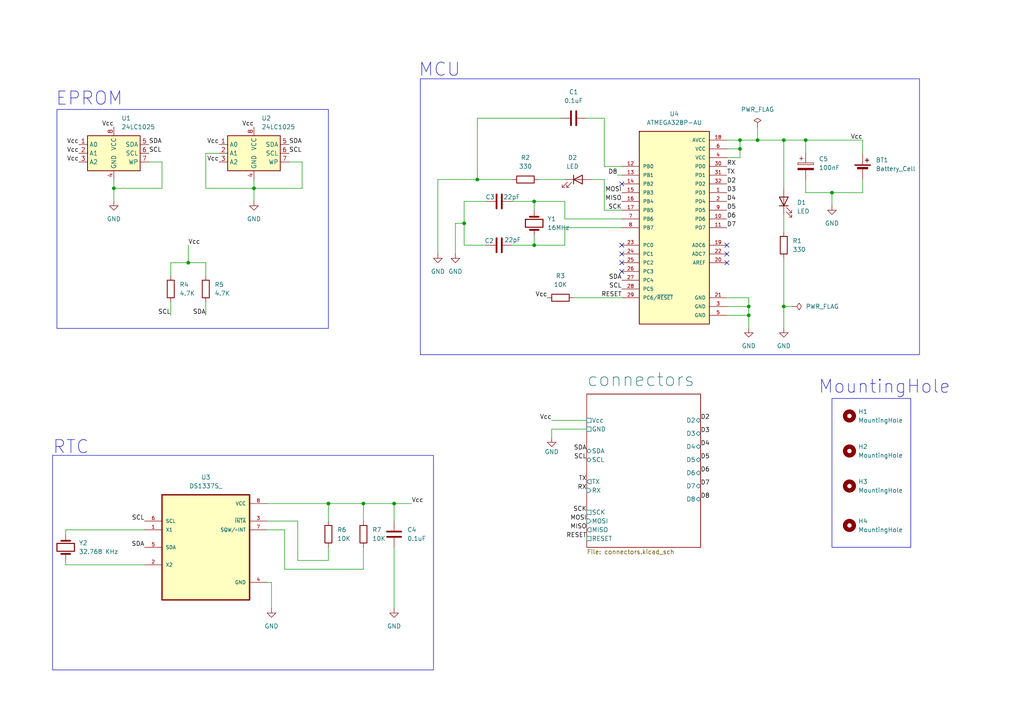
<source format=kicad_sch>
(kicad_sch
	(version 20231120)
	(generator "eeschema")
	(generator_version "8.0")
	(uuid "5309928c-b525-4eef-a5f9-f8cf55aac262")
	(paper "A4")
	(title_block
		(title "MCU Data Logger")
	)
	(lib_symbols
		(symbol "ATMEGA328P-AU:ATMEGA328P-AU"
			(pin_names
				(offset 1.016)
			)
			(exclude_from_sim no)
			(in_bom yes)
			(on_board yes)
			(property "Reference" "U4"
				(at 0 33.02 0)
				(effects
					(font
						(size 1.27 1.27)
					)
				)
			)
			(property "Value" "ATMEGA328P-AU"
				(at 0 30.48 0)
				(effects
					(font
						(size 1.27 1.27)
					)
				)
			)
			(property "Footprint" "ATMEGA328P-AU:QFP80P900X900X120-32N"
				(at 0 0 0)
				(effects
					(font
						(size 1.27 1.27)
					)
					(justify bottom)
					(hide yes)
				)
			)
			(property "Datasheet" ""
				(at 0 0 0)
				(effects
					(font
						(size 1.27 1.27)
					)
					(hide yes)
				)
			)
			(property "Description" ""
				(at 0 0 0)
				(effects
					(font
						(size 1.27 1.27)
					)
					(hide yes)
				)
			)
			(property "MF" "Microchip"
				(at 0 0 0)
				(effects
					(font
						(size 1.27 1.27)
					)
					(justify bottom)
					(hide yes)
				)
			)
			(property "MAXIMUM_PACKAGE_HEIGHT" "1.20mm"
				(at 0 0 0)
				(effects
					(font
						(size 1.27 1.27)
					)
					(justify bottom)
					(hide yes)
				)
			)
			(property "Package" "TQFP-32 Microchip"
				(at 0 0 0)
				(effects
					(font
						(size 1.27 1.27)
					)
					(justify bottom)
					(hide yes)
				)
			)
			(property "Price" "None"
				(at 0 0 0)
				(effects
					(font
						(size 1.27 1.27)
					)
					(justify bottom)
					(hide yes)
				)
			)
			(property "Check_prices" "https://www.snapeda.com/parts/ATMEGA328P-AU/Microchip/view-part/?ref=eda"
				(at 0 0 0)
				(effects
					(font
						(size 1.27 1.27)
					)
					(justify bottom)
					(hide yes)
				)
			)
			(property "STANDARD" "IPC-7351B"
				(at 0 0 0)
				(effects
					(font
						(size 1.27 1.27)
					)
					(justify bottom)
					(hide yes)
				)
			)
			(property "PARTREV" "8271A"
				(at 0 0 0)
				(effects
					(font
						(size 1.27 1.27)
					)
					(justify bottom)
					(hide yes)
				)
			)
			(property "SnapEDA_Link" "https://www.snapeda.com/parts/ATMEGA328P-AU/Microchip/view-part/?ref=snap"
				(at 0 0 0)
				(effects
					(font
						(size 1.27 1.27)
					)
					(justify bottom)
					(hide yes)
				)
			)
			(property "MP" "ATMEGA328P-AU"
				(at 0 0 0)
				(effects
					(font
						(size 1.27 1.27)
					)
					(justify bottom)
					(hide yes)
				)
			)
			(property "Description_1" "\n                        \n                            AVR AVR® ATmega Microcontroller IC 8-Bit 20MHz 32KB (16K x 16) FLASH 32-TQFP (7x7)\n                        \n"
				(at 0 0 0)
				(effects
					(font
						(size 1.27 1.27)
					)
					(justify bottom)
					(hide yes)
				)
			)
			(property "Availability" "In Stock"
				(at 0 0 0)
				(effects
					(font
						(size 1.27 1.27)
					)
					(justify bottom)
					(hide yes)
				)
			)
			(property "MANUFACTURER" "Microchip"
				(at 0 0 0)
				(effects
					(font
						(size 1.27 1.27)
					)
					(justify bottom)
					(hide yes)
				)
			)
			(symbol "ATMEGA328P-AU_0_0"
				(rectangle
					(start -10.16 -27.94)
					(end 10.16 27.94)
					(stroke
						(width 0.254)
						(type default)
					)
					(fill
						(type background)
					)
				)
				(pin bidirectional line
					(at 15.24 10.16 180)
					(length 5.08)
					(name "PD3"
						(effects
							(font
								(size 1.016 1.016)
							)
						)
					)
					(number "1"
						(effects
							(font
								(size 1.016 1.016)
							)
						)
					)
				)
				(pin bidirectional line
					(at 15.24 2.54 180)
					(length 5.08)
					(name "PD6"
						(effects
							(font
								(size 1.016 1.016)
							)
						)
					)
					(number "10"
						(effects
							(font
								(size 1.016 1.016)
							)
						)
					)
				)
				(pin bidirectional line
					(at 15.24 0 180)
					(length 5.08)
					(name "PD7"
						(effects
							(font
								(size 1.016 1.016)
							)
						)
					)
					(number "11"
						(effects
							(font
								(size 1.016 1.016)
							)
						)
					)
				)
				(pin bidirectional line
					(at -15.24 17.78 0)
					(length 5.08)
					(name "PB0"
						(effects
							(font
								(size 1.016 1.016)
							)
						)
					)
					(number "12"
						(effects
							(font
								(size 1.016 1.016)
							)
						)
					)
				)
				(pin bidirectional line
					(at -15.24 15.24 0)
					(length 5.08)
					(name "PB1"
						(effects
							(font
								(size 1.016 1.016)
							)
						)
					)
					(number "13"
						(effects
							(font
								(size 1.016 1.016)
							)
						)
					)
				)
				(pin bidirectional line
					(at -15.24 12.7 0)
					(length 5.08)
					(name "PB2"
						(effects
							(font
								(size 1.016 1.016)
							)
						)
					)
					(number "14"
						(effects
							(font
								(size 1.016 1.016)
							)
						)
					)
				)
				(pin bidirectional line
					(at -15.24 10.16 0)
					(length 5.08)
					(name "PB3"
						(effects
							(font
								(size 1.016 1.016)
							)
						)
					)
					(number "15"
						(effects
							(font
								(size 1.016 1.016)
							)
						)
					)
				)
				(pin bidirectional line
					(at -15.24 7.62 0)
					(length 5.08)
					(name "PB4"
						(effects
							(font
								(size 1.016 1.016)
							)
						)
					)
					(number "16"
						(effects
							(font
								(size 1.016 1.016)
							)
						)
					)
				)
				(pin bidirectional line
					(at -15.24 5.08 0)
					(length 5.08)
					(name "PB5"
						(effects
							(font
								(size 1.016 1.016)
							)
						)
					)
					(number "17"
						(effects
							(font
								(size 1.016 1.016)
							)
						)
					)
				)
				(pin power_in line
					(at 15.24 25.4 180)
					(length 5.08)
					(name "AVCC"
						(effects
							(font
								(size 1.016 1.016)
							)
						)
					)
					(number "18"
						(effects
							(font
								(size 1.016 1.016)
							)
						)
					)
				)
				(pin bidirectional line
					(at 15.24 -5.08 180)
					(length 5.08)
					(name "ADC6"
						(effects
							(font
								(size 1.016 1.016)
							)
						)
					)
					(number "19"
						(effects
							(font
								(size 1.016 1.016)
							)
						)
					)
				)
				(pin bidirectional line
					(at 15.24 7.62 180)
					(length 5.08)
					(name "PD4"
						(effects
							(font
								(size 1.016 1.016)
							)
						)
					)
					(number "2"
						(effects
							(font
								(size 1.016 1.016)
							)
						)
					)
				)
				(pin input line
					(at 15.24 -10.16 180)
					(length 5.08)
					(name "AREF"
						(effects
							(font
								(size 1.016 1.016)
							)
						)
					)
					(number "20"
						(effects
							(font
								(size 1.016 1.016)
							)
						)
					)
				)
				(pin power_in line
					(at 15.24 -20.32 180)
					(length 5.08)
					(name "GND"
						(effects
							(font
								(size 1.016 1.016)
							)
						)
					)
					(number "21"
						(effects
							(font
								(size 1.016 1.016)
							)
						)
					)
				)
				(pin bidirectional line
					(at 15.24 -7.62 180)
					(length 5.08)
					(name "ADC7"
						(effects
							(font
								(size 1.016 1.016)
							)
						)
					)
					(number "22"
						(effects
							(font
								(size 1.016 1.016)
							)
						)
					)
				)
				(pin bidirectional line
					(at -15.24 -5.08 0)
					(length 5.08)
					(name "PC0"
						(effects
							(font
								(size 1.016 1.016)
							)
						)
					)
					(number "23"
						(effects
							(font
								(size 1.016 1.016)
							)
						)
					)
				)
				(pin bidirectional line
					(at -15.24 -7.62 0)
					(length 5.08)
					(name "PC1"
						(effects
							(font
								(size 1.016 1.016)
							)
						)
					)
					(number "24"
						(effects
							(font
								(size 1.016 1.016)
							)
						)
					)
				)
				(pin bidirectional line
					(at -15.24 -10.16 0)
					(length 5.08)
					(name "PC2"
						(effects
							(font
								(size 1.016 1.016)
							)
						)
					)
					(number "25"
						(effects
							(font
								(size 1.016 1.016)
							)
						)
					)
				)
				(pin bidirectional line
					(at -15.24 -12.7 0)
					(length 5.08)
					(name "PC3"
						(effects
							(font
								(size 1.016 1.016)
							)
						)
					)
					(number "26"
						(effects
							(font
								(size 1.016 1.016)
							)
						)
					)
				)
				(pin bidirectional line
					(at -15.24 -15.24 0)
					(length 5.08)
					(name "PC4"
						(effects
							(font
								(size 1.016 1.016)
							)
						)
					)
					(number "27"
						(effects
							(font
								(size 1.016 1.016)
							)
						)
					)
				)
				(pin bidirectional line
					(at -15.24 -17.78 0)
					(length 5.08)
					(name "PC5"
						(effects
							(font
								(size 1.016 1.016)
							)
						)
					)
					(number "28"
						(effects
							(font
								(size 1.016 1.016)
							)
						)
					)
				)
				(pin bidirectional line
					(at -15.24 -20.32 0)
					(length 5.08)
					(name "PC6/~{RESET}"
						(effects
							(font
								(size 1.016 1.016)
							)
						)
					)
					(number "29"
						(effects
							(font
								(size 1.016 1.016)
							)
						)
					)
				)
				(pin power_in line
					(at 15.24 -22.86 180)
					(length 5.08)
					(name "GND"
						(effects
							(font
								(size 1.016 1.016)
							)
						)
					)
					(number "3"
						(effects
							(font
								(size 1.016 1.016)
							)
						)
					)
				)
				(pin bidirectional line
					(at 15.24 17.78 180)
					(length 5.08)
					(name "PD0"
						(effects
							(font
								(size 1.016 1.016)
							)
						)
					)
					(number "30"
						(effects
							(font
								(size 1.016 1.016)
							)
						)
					)
				)
				(pin bidirectional line
					(at 15.24 15.24 180)
					(length 5.08)
					(name "PD1"
						(effects
							(font
								(size 1.016 1.016)
							)
						)
					)
					(number "31"
						(effects
							(font
								(size 1.016 1.016)
							)
						)
					)
				)
				(pin bidirectional line
					(at 15.24 12.7 180)
					(length 5.08)
					(name "PD2"
						(effects
							(font
								(size 1.016 1.016)
							)
						)
					)
					(number "32"
						(effects
							(font
								(size 1.016 1.016)
							)
						)
					)
				)
				(pin power_in line
					(at 15.24 20.32 180)
					(length 5.08)
					(name "VCC"
						(effects
							(font
								(size 1.016 1.016)
							)
						)
					)
					(number "4"
						(effects
							(font
								(size 1.016 1.016)
							)
						)
					)
				)
				(pin power_in line
					(at 15.24 -25.4 180)
					(length 5.08)
					(name "GND"
						(effects
							(font
								(size 1.016 1.016)
							)
						)
					)
					(number "5"
						(effects
							(font
								(size 1.016 1.016)
							)
						)
					)
				)
				(pin power_in line
					(at 15.24 22.86 180)
					(length 5.08)
					(name "VCC"
						(effects
							(font
								(size 1.016 1.016)
							)
						)
					)
					(number "6"
						(effects
							(font
								(size 1.016 1.016)
							)
						)
					)
				)
				(pin bidirectional line
					(at -15.24 2.54 0)
					(length 5.08)
					(name "PB6"
						(effects
							(font
								(size 1.016 1.016)
							)
						)
					)
					(number "7"
						(effects
							(font
								(size 1.016 1.016)
							)
						)
					)
				)
				(pin bidirectional line
					(at -15.24 0 0)
					(length 5.08)
					(name "PB7"
						(effects
							(font
								(size 1.016 1.016)
							)
						)
					)
					(number "8"
						(effects
							(font
								(size 1.016 1.016)
							)
						)
					)
				)
				(pin bidirectional line
					(at 15.24 5.08 180)
					(length 5.08)
					(name "PD5"
						(effects
							(font
								(size 1.016 1.016)
							)
						)
					)
					(number "9"
						(effects
							(font
								(size 1.016 1.016)
							)
						)
					)
				)
			)
		)
		(symbol "DS1337S_:DS1337S_"
			(pin_names
				(offset 1.016)
			)
			(exclude_from_sim no)
			(in_bom yes)
			(on_board yes)
			(property "Reference" "U"
				(at -12.7 16.24 0)
				(effects
					(font
						(size 1.27 1.27)
					)
					(justify left bottom)
				)
			)
			(property "Value" "DS1337S_"
				(at -12.7 -19.24 0)
				(effects
					(font
						(size 1.27 1.27)
					)
					(justify left bottom)
				)
			)
			(property "Footprint" "DS1337S_:SOIC127P600X175-8N"
				(at 0 0 0)
				(effects
					(font
						(size 1.27 1.27)
					)
					(justify bottom)
					(hide yes)
				)
			)
			(property "Datasheet" ""
				(at 0 0 0)
				(effects
					(font
						(size 1.27 1.27)
					)
					(hide yes)
				)
			)
			(property "Description" ""
				(at 0 0 0)
				(effects
					(font
						(size 1.27 1.27)
					)
					(hide yes)
				)
			)
			(property "MF" "Analog Devices"
				(at 0 0 0)
				(effects
					(font
						(size 1.27 1.27)
					)
					(justify bottom)
					(hide yes)
				)
			)
			(property "Description_1" "\n                        \n                            I²C Serial Real-Time Clock\n                        \n"
				(at 0 0 0)
				(effects
					(font
						(size 1.27 1.27)
					)
					(justify bottom)
					(hide yes)
				)
			)
			(property "Package" "SOIC-8 Maxim"
				(at 0 0 0)
				(effects
					(font
						(size 1.27 1.27)
					)
					(justify bottom)
					(hide yes)
				)
			)
			(property "Price" "None"
				(at 0 0 0)
				(effects
					(font
						(size 1.27 1.27)
					)
					(justify bottom)
					(hide yes)
				)
			)
			(property "SnapEDA_Link" "https://www.snapeda.com/parts/DS1337S+/Analog+Devices/view-part/?ref=snap"
				(at 0 0 0)
				(effects
					(font
						(size 1.27 1.27)
					)
					(justify bottom)
					(hide yes)
				)
			)
			(property "MP" "DS1337S+"
				(at 0 0 0)
				(effects
					(font
						(size 1.27 1.27)
					)
					(justify bottom)
					(hide yes)
				)
			)
			(property "Availability" "In Stock"
				(at 0 0 0)
				(effects
					(font
						(size 1.27 1.27)
					)
					(justify bottom)
					(hide yes)
				)
			)
			(property "Check_prices" "https://www.snapeda.com/parts/DS1337S+/Analog+Devices/view-part/?ref=eda"
				(at 0 0 0)
				(effects
					(font
						(size 1.27 1.27)
					)
					(justify bottom)
					(hide yes)
				)
			)
			(symbol "DS1337S__0_0"
				(rectangle
					(start -12.7 -15.24)
					(end 12.7 15.24)
					(stroke
						(width 0.41)
						(type default)
					)
					(fill
						(type background)
					)
				)
				(pin input line
					(at -17.78 5.08 0)
					(length 5.08)
					(name "X1"
						(effects
							(font
								(size 1.016 1.016)
							)
						)
					)
					(number "1"
						(effects
							(font
								(size 1.016 1.016)
							)
						)
					)
				)
				(pin bidirectional line
					(at -17.78 -5.08 0)
					(length 5.08)
					(name "X2"
						(effects
							(font
								(size 1.016 1.016)
							)
						)
					)
					(number "2"
						(effects
							(font
								(size 1.016 1.016)
							)
						)
					)
				)
				(pin output line
					(at 17.78 7.62 180)
					(length 5.08)
					(name "~{INTA}"
						(effects
							(font
								(size 1.016 1.016)
							)
						)
					)
					(number "3"
						(effects
							(font
								(size 1.016 1.016)
							)
						)
					)
				)
				(pin power_in line
					(at 17.78 -10.16 180)
					(length 5.08)
					(name "GND"
						(effects
							(font
								(size 1.016 1.016)
							)
						)
					)
					(number "4"
						(effects
							(font
								(size 1.016 1.016)
							)
						)
					)
				)
				(pin bidirectional line
					(at -17.78 0 0)
					(length 5.08)
					(name "SDA"
						(effects
							(font
								(size 1.016 1.016)
							)
						)
					)
					(number "5"
						(effects
							(font
								(size 1.016 1.016)
							)
						)
					)
				)
				(pin input line
					(at -17.78 7.62 0)
					(length 5.08)
					(name "SCL"
						(effects
							(font
								(size 1.016 1.016)
							)
						)
					)
					(number "6"
						(effects
							(font
								(size 1.016 1.016)
							)
						)
					)
				)
				(pin output line
					(at 17.78 5.08 180)
					(length 5.08)
					(name "SQW/~INT"
						(effects
							(font
								(size 1.016 1.016)
							)
						)
					)
					(number "7"
						(effects
							(font
								(size 1.016 1.016)
							)
						)
					)
				)
				(pin power_in line
					(at 17.78 12.7 180)
					(length 5.08)
					(name "VCC"
						(effects
							(font
								(size 1.016 1.016)
							)
						)
					)
					(number "8"
						(effects
							(font
								(size 1.016 1.016)
							)
						)
					)
				)
			)
		)
		(symbol "Device:Battery_Cell"
			(pin_numbers hide)
			(pin_names
				(offset 0) hide)
			(exclude_from_sim no)
			(in_bom yes)
			(on_board yes)
			(property "Reference" "BT"
				(at 2.54 2.54 0)
				(effects
					(font
						(size 1.27 1.27)
					)
					(justify left)
				)
			)
			(property "Value" "Battery_Cell"
				(at 2.54 0 0)
				(effects
					(font
						(size 1.27 1.27)
					)
					(justify left)
				)
			)
			(property "Footprint" ""
				(at 0 1.524 90)
				(effects
					(font
						(size 1.27 1.27)
					)
					(hide yes)
				)
			)
			(property "Datasheet" "~"
				(at 0 1.524 90)
				(effects
					(font
						(size 1.27 1.27)
					)
					(hide yes)
				)
			)
			(property "Description" "Single-cell battery"
				(at 0 0 0)
				(effects
					(font
						(size 1.27 1.27)
					)
					(hide yes)
				)
			)
			(property "ki_keywords" "battery cell"
				(at 0 0 0)
				(effects
					(font
						(size 1.27 1.27)
					)
					(hide yes)
				)
			)
			(symbol "Battery_Cell_0_1"
				(rectangle
					(start -2.286 1.778)
					(end 2.286 1.524)
					(stroke
						(width 0)
						(type default)
					)
					(fill
						(type outline)
					)
				)
				(rectangle
					(start -1.524 1.016)
					(end 1.524 0.508)
					(stroke
						(width 0)
						(type default)
					)
					(fill
						(type outline)
					)
				)
				(polyline
					(pts
						(xy 0 0.762) (xy 0 0)
					)
					(stroke
						(width 0)
						(type default)
					)
					(fill
						(type none)
					)
				)
				(polyline
					(pts
						(xy 0 1.778) (xy 0 2.54)
					)
					(stroke
						(width 0)
						(type default)
					)
					(fill
						(type none)
					)
				)
				(polyline
					(pts
						(xy 0.762 3.048) (xy 1.778 3.048)
					)
					(stroke
						(width 0.254)
						(type default)
					)
					(fill
						(type none)
					)
				)
				(polyline
					(pts
						(xy 1.27 3.556) (xy 1.27 2.54)
					)
					(stroke
						(width 0.254)
						(type default)
					)
					(fill
						(type none)
					)
				)
			)
			(symbol "Battery_Cell_1_1"
				(pin passive line
					(at 0 5.08 270)
					(length 2.54)
					(name "+"
						(effects
							(font
								(size 1.27 1.27)
							)
						)
					)
					(number "1"
						(effects
							(font
								(size 1.27 1.27)
							)
						)
					)
				)
				(pin passive line
					(at 0 -2.54 90)
					(length 2.54)
					(name "-"
						(effects
							(font
								(size 1.27 1.27)
							)
						)
					)
					(number "2"
						(effects
							(font
								(size 1.27 1.27)
							)
						)
					)
				)
			)
		)
		(symbol "Device:C"
			(pin_numbers hide)
			(pin_names
				(offset 0.254)
			)
			(exclude_from_sim no)
			(in_bom yes)
			(on_board yes)
			(property "Reference" "C"
				(at 0.635 2.54 0)
				(effects
					(font
						(size 1.27 1.27)
					)
					(justify left)
				)
			)
			(property "Value" "C"
				(at 0.635 -2.54 0)
				(effects
					(font
						(size 1.27 1.27)
					)
					(justify left)
				)
			)
			(property "Footprint" ""
				(at 0.9652 -3.81 0)
				(effects
					(font
						(size 1.27 1.27)
					)
					(hide yes)
				)
			)
			(property "Datasheet" "~"
				(at 0 0 0)
				(effects
					(font
						(size 1.27 1.27)
					)
					(hide yes)
				)
			)
			(property "Description" "Unpolarized capacitor"
				(at 0 0 0)
				(effects
					(font
						(size 1.27 1.27)
					)
					(hide yes)
				)
			)
			(property "ki_keywords" "cap capacitor"
				(at 0 0 0)
				(effects
					(font
						(size 1.27 1.27)
					)
					(hide yes)
				)
			)
			(property "ki_fp_filters" "C_*"
				(at 0 0 0)
				(effects
					(font
						(size 1.27 1.27)
					)
					(hide yes)
				)
			)
			(symbol "C_0_1"
				(polyline
					(pts
						(xy -2.032 -0.762) (xy 2.032 -0.762)
					)
					(stroke
						(width 0.508)
						(type default)
					)
					(fill
						(type none)
					)
				)
				(polyline
					(pts
						(xy -2.032 0.762) (xy 2.032 0.762)
					)
					(stroke
						(width 0.508)
						(type default)
					)
					(fill
						(type none)
					)
				)
			)
			(symbol "C_1_1"
				(pin passive line
					(at 0 3.81 270)
					(length 2.794)
					(name "~"
						(effects
							(font
								(size 1.27 1.27)
							)
						)
					)
					(number "1"
						(effects
							(font
								(size 1.27 1.27)
							)
						)
					)
				)
				(pin passive line
					(at 0 -3.81 90)
					(length 2.794)
					(name "~"
						(effects
							(font
								(size 1.27 1.27)
							)
						)
					)
					(number "2"
						(effects
							(font
								(size 1.27 1.27)
							)
						)
					)
				)
			)
		)
		(symbol "Device:C_Polarized"
			(pin_numbers hide)
			(pin_names
				(offset 0.254)
			)
			(exclude_from_sim no)
			(in_bom yes)
			(on_board yes)
			(property "Reference" "C"
				(at 0.635 2.54 0)
				(effects
					(font
						(size 1.27 1.27)
					)
					(justify left)
				)
			)
			(property "Value" "C_Polarized"
				(at 0.635 -2.54 0)
				(effects
					(font
						(size 1.27 1.27)
					)
					(justify left)
				)
			)
			(property "Footprint" ""
				(at 0.9652 -3.81 0)
				(effects
					(font
						(size 1.27 1.27)
					)
					(hide yes)
				)
			)
			(property "Datasheet" "~"
				(at 0 0 0)
				(effects
					(font
						(size 1.27 1.27)
					)
					(hide yes)
				)
			)
			(property "Description" "Polarized capacitor"
				(at 0 0 0)
				(effects
					(font
						(size 1.27 1.27)
					)
					(hide yes)
				)
			)
			(property "ki_keywords" "cap capacitor"
				(at 0 0 0)
				(effects
					(font
						(size 1.27 1.27)
					)
					(hide yes)
				)
			)
			(property "ki_fp_filters" "CP_*"
				(at 0 0 0)
				(effects
					(font
						(size 1.27 1.27)
					)
					(hide yes)
				)
			)
			(symbol "C_Polarized_0_1"
				(rectangle
					(start -2.286 0.508)
					(end 2.286 1.016)
					(stroke
						(width 0)
						(type default)
					)
					(fill
						(type none)
					)
				)
				(polyline
					(pts
						(xy -1.778 2.286) (xy -0.762 2.286)
					)
					(stroke
						(width 0)
						(type default)
					)
					(fill
						(type none)
					)
				)
				(polyline
					(pts
						(xy -1.27 2.794) (xy -1.27 1.778)
					)
					(stroke
						(width 0)
						(type default)
					)
					(fill
						(type none)
					)
				)
				(rectangle
					(start 2.286 -0.508)
					(end -2.286 -1.016)
					(stroke
						(width 0)
						(type default)
					)
					(fill
						(type outline)
					)
				)
			)
			(symbol "C_Polarized_1_1"
				(pin passive line
					(at 0 3.81 270)
					(length 2.794)
					(name "~"
						(effects
							(font
								(size 1.27 1.27)
							)
						)
					)
					(number "1"
						(effects
							(font
								(size 1.27 1.27)
							)
						)
					)
				)
				(pin passive line
					(at 0 -3.81 90)
					(length 2.794)
					(name "~"
						(effects
							(font
								(size 1.27 1.27)
							)
						)
					)
					(number "2"
						(effects
							(font
								(size 1.27 1.27)
							)
						)
					)
				)
			)
		)
		(symbol "Device:Crystal"
			(pin_numbers hide)
			(pin_names
				(offset 1.016) hide)
			(exclude_from_sim no)
			(in_bom yes)
			(on_board yes)
			(property "Reference" "Y"
				(at 0 3.81 0)
				(effects
					(font
						(size 1.27 1.27)
					)
				)
			)
			(property "Value" "Crystal"
				(at 0 -3.81 0)
				(effects
					(font
						(size 1.27 1.27)
					)
				)
			)
			(property "Footprint" ""
				(at 0 0 0)
				(effects
					(font
						(size 1.27 1.27)
					)
					(hide yes)
				)
			)
			(property "Datasheet" "~"
				(at 0 0 0)
				(effects
					(font
						(size 1.27 1.27)
					)
					(hide yes)
				)
			)
			(property "Description" "Two pin crystal"
				(at 0 0 0)
				(effects
					(font
						(size 1.27 1.27)
					)
					(hide yes)
				)
			)
			(property "ki_keywords" "quartz ceramic resonator oscillator"
				(at 0 0 0)
				(effects
					(font
						(size 1.27 1.27)
					)
					(hide yes)
				)
			)
			(property "ki_fp_filters" "Crystal*"
				(at 0 0 0)
				(effects
					(font
						(size 1.27 1.27)
					)
					(hide yes)
				)
			)
			(symbol "Crystal_0_1"
				(rectangle
					(start -1.143 2.54)
					(end 1.143 -2.54)
					(stroke
						(width 0.3048)
						(type default)
					)
					(fill
						(type none)
					)
				)
				(polyline
					(pts
						(xy -2.54 0) (xy -1.905 0)
					)
					(stroke
						(width 0)
						(type default)
					)
					(fill
						(type none)
					)
				)
				(polyline
					(pts
						(xy -1.905 -1.27) (xy -1.905 1.27)
					)
					(stroke
						(width 0.508)
						(type default)
					)
					(fill
						(type none)
					)
				)
				(polyline
					(pts
						(xy 1.905 -1.27) (xy 1.905 1.27)
					)
					(stroke
						(width 0.508)
						(type default)
					)
					(fill
						(type none)
					)
				)
				(polyline
					(pts
						(xy 2.54 0) (xy 1.905 0)
					)
					(stroke
						(width 0)
						(type default)
					)
					(fill
						(type none)
					)
				)
			)
			(symbol "Crystal_1_1"
				(pin passive line
					(at -3.81 0 0)
					(length 1.27)
					(name "1"
						(effects
							(font
								(size 1.27 1.27)
							)
						)
					)
					(number "1"
						(effects
							(font
								(size 1.27 1.27)
							)
						)
					)
				)
				(pin passive line
					(at 3.81 0 180)
					(length 1.27)
					(name "2"
						(effects
							(font
								(size 1.27 1.27)
							)
						)
					)
					(number "2"
						(effects
							(font
								(size 1.27 1.27)
							)
						)
					)
				)
			)
		)
		(symbol "Device:LED"
			(pin_numbers hide)
			(pin_names
				(offset 1.016) hide)
			(exclude_from_sim no)
			(in_bom yes)
			(on_board yes)
			(property "Reference" "D"
				(at 0 2.54 0)
				(effects
					(font
						(size 1.27 1.27)
					)
				)
			)
			(property "Value" "LED"
				(at 0 -2.54 0)
				(effects
					(font
						(size 1.27 1.27)
					)
				)
			)
			(property "Footprint" ""
				(at 0 0 0)
				(effects
					(font
						(size 1.27 1.27)
					)
					(hide yes)
				)
			)
			(property "Datasheet" "~"
				(at 0 0 0)
				(effects
					(font
						(size 1.27 1.27)
					)
					(hide yes)
				)
			)
			(property "Description" "Light emitting diode"
				(at 0 0 0)
				(effects
					(font
						(size 1.27 1.27)
					)
					(hide yes)
				)
			)
			(property "ki_keywords" "LED diode"
				(at 0 0 0)
				(effects
					(font
						(size 1.27 1.27)
					)
					(hide yes)
				)
			)
			(property "ki_fp_filters" "LED* LED_SMD:* LED_THT:*"
				(at 0 0 0)
				(effects
					(font
						(size 1.27 1.27)
					)
					(hide yes)
				)
			)
			(symbol "LED_0_1"
				(polyline
					(pts
						(xy -1.27 -1.27) (xy -1.27 1.27)
					)
					(stroke
						(width 0.254)
						(type default)
					)
					(fill
						(type none)
					)
				)
				(polyline
					(pts
						(xy -1.27 0) (xy 1.27 0)
					)
					(stroke
						(width 0)
						(type default)
					)
					(fill
						(type none)
					)
				)
				(polyline
					(pts
						(xy 1.27 -1.27) (xy 1.27 1.27) (xy -1.27 0) (xy 1.27 -1.27)
					)
					(stroke
						(width 0.254)
						(type default)
					)
					(fill
						(type none)
					)
				)
				(polyline
					(pts
						(xy -3.048 -0.762) (xy -4.572 -2.286) (xy -3.81 -2.286) (xy -4.572 -2.286) (xy -4.572 -1.524)
					)
					(stroke
						(width 0)
						(type default)
					)
					(fill
						(type none)
					)
				)
				(polyline
					(pts
						(xy -1.778 -0.762) (xy -3.302 -2.286) (xy -2.54 -2.286) (xy -3.302 -2.286) (xy -3.302 -1.524)
					)
					(stroke
						(width 0)
						(type default)
					)
					(fill
						(type none)
					)
				)
			)
			(symbol "LED_1_1"
				(pin passive line
					(at -3.81 0 0)
					(length 2.54)
					(name "K"
						(effects
							(font
								(size 1.27 1.27)
							)
						)
					)
					(number "1"
						(effects
							(font
								(size 1.27 1.27)
							)
						)
					)
				)
				(pin passive line
					(at 3.81 0 180)
					(length 2.54)
					(name "A"
						(effects
							(font
								(size 1.27 1.27)
							)
						)
					)
					(number "2"
						(effects
							(font
								(size 1.27 1.27)
							)
						)
					)
				)
			)
		)
		(symbol "Device:R"
			(pin_numbers hide)
			(pin_names
				(offset 0)
			)
			(exclude_from_sim no)
			(in_bom yes)
			(on_board yes)
			(property "Reference" "R"
				(at 2.032 0 90)
				(effects
					(font
						(size 1.27 1.27)
					)
				)
			)
			(property "Value" "R"
				(at 0 0 90)
				(effects
					(font
						(size 1.27 1.27)
					)
				)
			)
			(property "Footprint" ""
				(at -1.778 0 90)
				(effects
					(font
						(size 1.27 1.27)
					)
					(hide yes)
				)
			)
			(property "Datasheet" "~"
				(at 0 0 0)
				(effects
					(font
						(size 1.27 1.27)
					)
					(hide yes)
				)
			)
			(property "Description" "Resistor"
				(at 0 0 0)
				(effects
					(font
						(size 1.27 1.27)
					)
					(hide yes)
				)
			)
			(property "ki_keywords" "R res resistor"
				(at 0 0 0)
				(effects
					(font
						(size 1.27 1.27)
					)
					(hide yes)
				)
			)
			(property "ki_fp_filters" "R_*"
				(at 0 0 0)
				(effects
					(font
						(size 1.27 1.27)
					)
					(hide yes)
				)
			)
			(symbol "R_0_1"
				(rectangle
					(start -1.016 -2.54)
					(end 1.016 2.54)
					(stroke
						(width 0.254)
						(type default)
					)
					(fill
						(type none)
					)
				)
			)
			(symbol "R_1_1"
				(pin passive line
					(at 0 3.81 270)
					(length 1.27)
					(name "~"
						(effects
							(font
								(size 1.27 1.27)
							)
						)
					)
					(number "1"
						(effects
							(font
								(size 1.27 1.27)
							)
						)
					)
				)
				(pin passive line
					(at 0 -3.81 90)
					(length 1.27)
					(name "~"
						(effects
							(font
								(size 1.27 1.27)
							)
						)
					)
					(number "2"
						(effects
							(font
								(size 1.27 1.27)
							)
						)
					)
				)
			)
		)
		(symbol "Mechanical:MountingHole"
			(pin_names
				(offset 1.016)
			)
			(exclude_from_sim yes)
			(in_bom no)
			(on_board yes)
			(property "Reference" "H"
				(at 0 5.08 0)
				(effects
					(font
						(size 1.27 1.27)
					)
				)
			)
			(property "Value" "MountingHole"
				(at 0 3.175 0)
				(effects
					(font
						(size 1.27 1.27)
					)
				)
			)
			(property "Footprint" ""
				(at 0 0 0)
				(effects
					(font
						(size 1.27 1.27)
					)
					(hide yes)
				)
			)
			(property "Datasheet" "~"
				(at 0 0 0)
				(effects
					(font
						(size 1.27 1.27)
					)
					(hide yes)
				)
			)
			(property "Description" "Mounting Hole without connection"
				(at 0 0 0)
				(effects
					(font
						(size 1.27 1.27)
					)
					(hide yes)
				)
			)
			(property "ki_keywords" "mounting hole"
				(at 0 0 0)
				(effects
					(font
						(size 1.27 1.27)
					)
					(hide yes)
				)
			)
			(property "ki_fp_filters" "MountingHole*"
				(at 0 0 0)
				(effects
					(font
						(size 1.27 1.27)
					)
					(hide yes)
				)
			)
			(symbol "MountingHole_0_1"
				(circle
					(center 0 0)
					(radius 1.27)
					(stroke
						(width 1.27)
						(type default)
					)
					(fill
						(type none)
					)
				)
			)
		)
		(symbol "Memory_EEPROM:24LC1025"
			(exclude_from_sim no)
			(in_bom yes)
			(on_board yes)
			(property "Reference" "U"
				(at -6.35 6.35 0)
				(effects
					(font
						(size 1.27 1.27)
					)
				)
			)
			(property "Value" "24LC1025"
				(at 1.27 6.35 0)
				(effects
					(font
						(size 1.27 1.27)
					)
					(justify left)
				)
			)
			(property "Footprint" ""
				(at 0 0 0)
				(effects
					(font
						(size 1.27 1.27)
					)
					(hide yes)
				)
			)
			(property "Datasheet" "http://ww1.microchip.com/downloads/en/DeviceDoc/21941B.pdf"
				(at 0 0 0)
				(effects
					(font
						(size 1.27 1.27)
					)
					(hide yes)
				)
			)
			(property "Description" "I2C Serial EEPROM, 1024Kb, DIP-8/SOIC-8/TSSOP-8/DFN-8"
				(at 0 0 0)
				(effects
					(font
						(size 1.27 1.27)
					)
					(hide yes)
				)
			)
			(property "ki_keywords" "I2C Serial EEPROM"
				(at 0 0 0)
				(effects
					(font
						(size 1.27 1.27)
					)
					(hide yes)
				)
			)
			(property "ki_fp_filters" "DIP*W7.62mm* SOIC*3.9x4.9mm* TSSOP*4.4x3mm*P0.65mm* DFN*3x2mm*P0.5mm*"
				(at 0 0 0)
				(effects
					(font
						(size 1.27 1.27)
					)
					(hide yes)
				)
			)
			(symbol "24LC1025_1_1"
				(rectangle
					(start -7.62 5.08)
					(end 7.62 -5.08)
					(stroke
						(width 0.254)
						(type default)
					)
					(fill
						(type background)
					)
				)
				(pin input line
					(at -10.16 2.54 0)
					(length 2.54)
					(name "A0"
						(effects
							(font
								(size 1.27 1.27)
							)
						)
					)
					(number "1"
						(effects
							(font
								(size 1.27 1.27)
							)
						)
					)
				)
				(pin input line
					(at -10.16 0 0)
					(length 2.54)
					(name "A1"
						(effects
							(font
								(size 1.27 1.27)
							)
						)
					)
					(number "2"
						(effects
							(font
								(size 1.27 1.27)
							)
						)
					)
				)
				(pin input line
					(at -10.16 -2.54 0)
					(length 2.54)
					(name "A2"
						(effects
							(font
								(size 1.27 1.27)
							)
						)
					)
					(number "3"
						(effects
							(font
								(size 1.27 1.27)
							)
						)
					)
				)
				(pin power_in line
					(at 0 -7.62 90)
					(length 2.54)
					(name "GND"
						(effects
							(font
								(size 1.27 1.27)
							)
						)
					)
					(number "4"
						(effects
							(font
								(size 1.27 1.27)
							)
						)
					)
				)
				(pin bidirectional line
					(at 10.16 2.54 180)
					(length 2.54)
					(name "SDA"
						(effects
							(font
								(size 1.27 1.27)
							)
						)
					)
					(number "5"
						(effects
							(font
								(size 1.27 1.27)
							)
						)
					)
				)
				(pin input line
					(at 10.16 0 180)
					(length 2.54)
					(name "SCL"
						(effects
							(font
								(size 1.27 1.27)
							)
						)
					)
					(number "6"
						(effects
							(font
								(size 1.27 1.27)
							)
						)
					)
				)
				(pin input line
					(at 10.16 -2.54 180)
					(length 2.54)
					(name "WP"
						(effects
							(font
								(size 1.27 1.27)
							)
						)
					)
					(number "7"
						(effects
							(font
								(size 1.27 1.27)
							)
						)
					)
				)
				(pin power_in line
					(at 0 7.62 270)
					(length 2.54)
					(name "VCC"
						(effects
							(font
								(size 1.27 1.27)
							)
						)
					)
					(number "8"
						(effects
							(font
								(size 1.27 1.27)
							)
						)
					)
				)
			)
		)
		(symbol "power:GND"
			(power)
			(pin_numbers hide)
			(pin_names
				(offset 0) hide)
			(exclude_from_sim no)
			(in_bom yes)
			(on_board yes)
			(property "Reference" "#PWR"
				(at 0 -6.35 0)
				(effects
					(font
						(size 1.27 1.27)
					)
					(hide yes)
				)
			)
			(property "Value" "GND"
				(at 0 -3.81 0)
				(effects
					(font
						(size 1.27 1.27)
					)
				)
			)
			(property "Footprint" ""
				(at 0 0 0)
				(effects
					(font
						(size 1.27 1.27)
					)
					(hide yes)
				)
			)
			(property "Datasheet" ""
				(at 0 0 0)
				(effects
					(font
						(size 1.27 1.27)
					)
					(hide yes)
				)
			)
			(property "Description" "Power symbol creates a global label with name \"GND\" , ground"
				(at 0 0 0)
				(effects
					(font
						(size 1.27 1.27)
					)
					(hide yes)
				)
			)
			(property "ki_keywords" "global power"
				(at 0 0 0)
				(effects
					(font
						(size 1.27 1.27)
					)
					(hide yes)
				)
			)
			(symbol "GND_0_1"
				(polyline
					(pts
						(xy 0 0) (xy 0 -1.27) (xy 1.27 -1.27) (xy 0 -2.54) (xy -1.27 -1.27) (xy 0 -1.27)
					)
					(stroke
						(width 0)
						(type default)
					)
					(fill
						(type none)
					)
				)
			)
			(symbol "GND_1_1"
				(pin power_in line
					(at 0 0 270)
					(length 0)
					(name "~"
						(effects
							(font
								(size 1.27 1.27)
							)
						)
					)
					(number "1"
						(effects
							(font
								(size 1.27 1.27)
							)
						)
					)
				)
			)
		)
		(symbol "power:PWR_FLAG"
			(power)
			(pin_numbers hide)
			(pin_names
				(offset 0) hide)
			(exclude_from_sim no)
			(in_bom yes)
			(on_board yes)
			(property "Reference" "#FLG"
				(at 0 1.905 0)
				(effects
					(font
						(size 1.27 1.27)
					)
					(hide yes)
				)
			)
			(property "Value" "PWR_FLAG"
				(at 0 3.81 0)
				(effects
					(font
						(size 1.27 1.27)
					)
				)
			)
			(property "Footprint" ""
				(at 0 0 0)
				(effects
					(font
						(size 1.27 1.27)
					)
					(hide yes)
				)
			)
			(property "Datasheet" "~"
				(at 0 0 0)
				(effects
					(font
						(size 1.27 1.27)
					)
					(hide yes)
				)
			)
			(property "Description" "Special symbol for telling ERC where power comes from"
				(at 0 0 0)
				(effects
					(font
						(size 1.27 1.27)
					)
					(hide yes)
				)
			)
			(property "ki_keywords" "flag power"
				(at 0 0 0)
				(effects
					(font
						(size 1.27 1.27)
					)
					(hide yes)
				)
			)
			(symbol "PWR_FLAG_0_0"
				(pin power_out line
					(at 0 0 90)
					(length 0)
					(name "~"
						(effects
							(font
								(size 1.27 1.27)
							)
						)
					)
					(number "1"
						(effects
							(font
								(size 1.27 1.27)
							)
						)
					)
				)
			)
			(symbol "PWR_FLAG_0_1"
				(polyline
					(pts
						(xy 0 0) (xy 0 1.27) (xy -1.016 1.905) (xy 0 2.54) (xy 1.016 1.905) (xy 0 1.27)
					)
					(stroke
						(width 0)
						(type default)
					)
					(fill
						(type none)
					)
				)
			)
		)
	)
	(junction
		(at 227.33 88.9)
		(diameter 0)
		(color 0 0 0 0)
		(uuid "186c35b6-7401-49cf-b3e5-457afdc880bd")
	)
	(junction
		(at 95.25 146.05)
		(diameter 0)
		(color 0 0 0 0)
		(uuid "1936adb9-0559-4209-93b4-f8745bc0dac8")
	)
	(junction
		(at 105.41 146.05)
		(diameter 0)
		(color 0 0 0 0)
		(uuid "2d9531b5-128f-46ce-a9ba-9c12a223f099")
	)
	(junction
		(at 154.94 71.12)
		(diameter 0)
		(color 0 0 0 0)
		(uuid "38e2cd9b-1dc3-4129-85c8-2f234d45d905")
	)
	(junction
		(at 217.17 88.9)
		(diameter 0)
		(color 0 0 0 0)
		(uuid "4e1b567a-23a3-4669-bfaf-d9f3cbd933f0")
	)
	(junction
		(at 33.02 54.61)
		(diameter 0)
		(color 0 0 0 0)
		(uuid "5577f7bc-fa05-4e29-a529-f8bd8b68d4bd")
	)
	(junction
		(at 241.3 55.88)
		(diameter 0)
		(color 0 0 0 0)
		(uuid "6a2c8978-e09c-4169-88ed-e63a0be67a36")
	)
	(junction
		(at 54.61 76.2)
		(diameter 0)
		(color 0 0 0 0)
		(uuid "76186f79-185f-443f-a00a-460ec19bd834")
	)
	(junction
		(at 227.33 40.64)
		(diameter 0)
		(color 0 0 0 0)
		(uuid "7cc716ea-42fb-4cb8-8e8d-5ab240004e98")
	)
	(junction
		(at 214.63 40.64)
		(diameter 0)
		(color 0 0 0 0)
		(uuid "90204ff2-2cf2-4c2f-8b82-60880d9acfca")
	)
	(junction
		(at 114.3 146.05)
		(diameter 0)
		(color 0 0 0 0)
		(uuid "92e3be06-7146-4865-bea3-9eaafd4627b4")
	)
	(junction
		(at 214.63 43.18)
		(diameter 0)
		(color 0 0 0 0)
		(uuid "9b2dce81-40a7-401b-a07a-3b1c797acfcc")
	)
	(junction
		(at 219.71 40.64)
		(diameter 0)
		(color 0 0 0 0)
		(uuid "9d8a5469-d953-4e8a-a0cf-42e4580d1368")
	)
	(junction
		(at 73.66 54.61)
		(diameter 0)
		(color 0 0 0 0)
		(uuid "abfdec63-b118-40c3-b057-bc3e1b546e0b")
	)
	(junction
		(at 154.94 58.42)
		(diameter 0)
		(color 0 0 0 0)
		(uuid "b11f05ae-725d-44a5-a75e-0fecbb609120")
	)
	(junction
		(at 217.17 91.44)
		(diameter 0)
		(color 0 0 0 0)
		(uuid "c6e52bac-3428-4d9a-81ff-31c589dc7485")
	)
	(junction
		(at 134.62 64.77)
		(diameter 0)
		(color 0 0 0 0)
		(uuid "c7937ad0-b141-4aac-a689-eb70d78c7080")
	)
	(junction
		(at 138.43 52.07)
		(diameter 0)
		(color 0 0 0 0)
		(uuid "d7c42651-9229-4164-9b14-c8c81d07a022")
	)
	(junction
		(at 233.68 40.64)
		(diameter 0)
		(color 0 0 0 0)
		(uuid "fc0cc3c6-ecfc-48b7-9096-8cded75399b8")
	)
	(no_connect
		(at 180.34 78.74)
		(uuid "156a7be1-38be-48cd-9021-2be5a13977c0")
	)
	(no_connect
		(at 180.34 71.12)
		(uuid "3bc11ab8-0a0b-43b3-a610-a11187391e75")
	)
	(no_connect
		(at 210.82 76.2)
		(uuid "59a6aeb2-b0c9-4eaf-8474-7b034f955f63")
	)
	(no_connect
		(at 210.82 73.66)
		(uuid "6b2c680c-69ef-4c1e-837e-1e46500fe0e5")
	)
	(no_connect
		(at 180.34 53.34)
		(uuid "7626ab54-f588-4d4d-b5a5-b4a7d3fec15c")
	)
	(no_connect
		(at 180.34 76.2)
		(uuid "a82bb2fe-31dc-4178-aa47-cc3e2e20dca3")
	)
	(no_connect
		(at 180.34 73.66)
		(uuid "bf7e0baa-816c-4b0b-9994-5db1e3b2b69c")
	)
	(no_connect
		(at 210.82 71.12)
		(uuid "d223c05c-31cf-4cd2-954d-885dc6d769fe")
	)
	(wire
		(pts
			(xy 49.53 87.63) (xy 49.53 91.44)
		)
		(stroke
			(width 0)
			(type default)
		)
		(uuid "078b045a-13d4-472b-b727-1c65ff217776")
	)
	(wire
		(pts
			(xy 241.3 55.88) (xy 241.3 59.69)
		)
		(stroke
			(width 0)
			(type default)
		)
		(uuid "07f52f8d-76e2-4950-a91d-9b4d8ae8d7d6")
	)
	(wire
		(pts
			(xy 82.55 165.1) (xy 105.41 165.1)
		)
		(stroke
			(width 0)
			(type default)
		)
		(uuid "087ebc63-95cf-4d2b-b267-e35c1940e61b")
	)
	(wire
		(pts
			(xy 86.36 162.56) (xy 95.25 162.56)
		)
		(stroke
			(width 0)
			(type default)
		)
		(uuid "0a09fbad-2690-4fca-ad86-475b502f69b5")
	)
	(wire
		(pts
			(xy 49.53 76.2) (xy 54.61 76.2)
		)
		(stroke
			(width 0)
			(type default)
		)
		(uuid "0c0144a2-b0de-4856-9ab2-c0ffe23e811b")
	)
	(wire
		(pts
			(xy 87.63 46.99) (xy 87.63 54.61)
		)
		(stroke
			(width 0)
			(type default)
		)
		(uuid "0c31ba17-c426-4631-8950-13c7dccb01c8")
	)
	(wire
		(pts
			(xy 19.05 163.83) (xy 41.91 163.83)
		)
		(stroke
			(width 0)
			(type default)
		)
		(uuid "10acadbc-2b6e-4b7e-a6f9-c7db9205f017")
	)
	(wire
		(pts
			(xy 210.82 88.9) (xy 217.17 88.9)
		)
		(stroke
			(width 0)
			(type default)
		)
		(uuid "132492cc-3599-4586-bdfc-5fe7fb0a433d")
	)
	(wire
		(pts
			(xy 160.02 124.46) (xy 170.18 124.46)
		)
		(stroke
			(width 0)
			(type default)
		)
		(uuid "16351537-7980-46c1-baa8-57c3991d64c8")
	)
	(wire
		(pts
			(xy 33.02 54.61) (xy 33.02 58.42)
		)
		(stroke
			(width 0)
			(type default)
		)
		(uuid "1761347d-a20d-4b5f-a6b8-abfd264aef23")
	)
	(wire
		(pts
			(xy 77.47 151.13) (xy 86.36 151.13)
		)
		(stroke
			(width 0)
			(type default)
		)
		(uuid "186499fc-6a1f-4518-8d72-8fd13d73a84a")
	)
	(wire
		(pts
			(xy 59.69 76.2) (xy 59.69 80.01)
		)
		(stroke
			(width 0)
			(type default)
		)
		(uuid "1c8bf27b-e4be-4d26-b339-e26a78624512")
	)
	(wire
		(pts
			(xy 180.34 66.04) (xy 163.83 66.04)
		)
		(stroke
			(width 0)
			(type default)
		)
		(uuid "1dc1c422-898b-4084-a0bd-62e1b1819e71")
	)
	(wire
		(pts
			(xy 95.25 158.75) (xy 95.25 162.56)
		)
		(stroke
			(width 0)
			(type default)
		)
		(uuid "22069599-ebe0-445e-b435-46749eb1f11e")
	)
	(wire
		(pts
			(xy 77.47 146.05) (xy 95.25 146.05)
		)
		(stroke
			(width 0)
			(type default)
		)
		(uuid "2289ce20-aefb-4d4e-b833-503f1f1950e8")
	)
	(wire
		(pts
			(xy 105.41 146.05) (xy 95.25 146.05)
		)
		(stroke
			(width 0)
			(type default)
		)
		(uuid "22d80754-b52c-4e14-a80a-535f6ef98cb9")
	)
	(wire
		(pts
			(xy 250.19 55.88) (xy 250.19 52.07)
		)
		(stroke
			(width 0)
			(type default)
		)
		(uuid "23f2d306-672e-42f6-a679-28f7ed38c503")
	)
	(wire
		(pts
			(xy 77.47 168.91) (xy 78.74 168.91)
		)
		(stroke
			(width 0)
			(type default)
		)
		(uuid "2ac3b687-44aa-491b-b391-92607f908e0e")
	)
	(wire
		(pts
			(xy 114.3 158.75) (xy 114.3 176.53)
		)
		(stroke
			(width 0)
			(type default)
		)
		(uuid "2dfc92d4-e588-4d30-b8b7-fff1e95f9e11")
	)
	(wire
		(pts
			(xy 43.18 46.99) (xy 46.99 46.99)
		)
		(stroke
			(width 0)
			(type default)
		)
		(uuid "38439311-083c-49e3-a3e7-5d6fa40c1726")
	)
	(wire
		(pts
			(xy 163.83 71.12) (xy 154.94 71.12)
		)
		(stroke
			(width 0)
			(type default)
		)
		(uuid "3a1a8600-8dab-40e9-a0ca-571eb6e2e45b")
	)
	(wire
		(pts
			(xy 163.83 58.42) (xy 154.94 58.42)
		)
		(stroke
			(width 0)
			(type default)
		)
		(uuid "3abcaa14-33ce-4397-b051-25690e8c90ab")
	)
	(wire
		(pts
			(xy 59.69 44.45) (xy 59.69 54.61)
		)
		(stroke
			(width 0)
			(type default)
		)
		(uuid "3cefdc62-e0ff-40e5-9e62-23206cc14bb7")
	)
	(wire
		(pts
			(xy 138.43 34.29) (xy 138.43 52.07)
		)
		(stroke
			(width 0)
			(type default)
		)
		(uuid "3ebe8b86-1d67-4349-96f5-1f87c6351afc")
	)
	(wire
		(pts
			(xy 59.69 87.63) (xy 59.69 91.44)
		)
		(stroke
			(width 0)
			(type default)
		)
		(uuid "41c69b15-022f-440e-bccb-9657d6f764e0")
	)
	(wire
		(pts
			(xy 217.17 91.44) (xy 217.17 95.25)
		)
		(stroke
			(width 0)
			(type default)
		)
		(uuid "431bc2bb-2308-40e1-aabb-f83a1aed3dfc")
	)
	(wire
		(pts
			(xy 19.05 162.56) (xy 19.05 163.83)
		)
		(stroke
			(width 0)
			(type default)
		)
		(uuid "458c9ad4-eca7-45e4-ad00-b51a1007bd8a")
	)
	(wire
		(pts
			(xy 227.33 40.64) (xy 233.68 40.64)
		)
		(stroke
			(width 0)
			(type default)
		)
		(uuid "4941956f-02a0-4863-b12c-f4b01476c88a")
	)
	(wire
		(pts
			(xy 54.61 76.2) (xy 59.69 76.2)
		)
		(stroke
			(width 0)
			(type default)
		)
		(uuid "50416185-9572-4f4c-9447-dbff5b100e8f")
	)
	(wire
		(pts
			(xy 119.38 146.05) (xy 114.3 146.05)
		)
		(stroke
			(width 0)
			(type default)
		)
		(uuid "50fdcf62-e2a2-46db-9872-fd84bfcc4c64")
	)
	(wire
		(pts
			(xy 114.3 146.05) (xy 114.3 151.13)
		)
		(stroke
			(width 0)
			(type default)
		)
		(uuid "5241e69c-d8fd-4a07-9102-c75b7a4cb09c")
	)
	(wire
		(pts
			(xy 156.21 52.07) (xy 163.83 52.07)
		)
		(stroke
			(width 0)
			(type default)
		)
		(uuid "52450f2d-b8c2-44c8-b396-f89c1f542ad1")
	)
	(wire
		(pts
			(xy 166.37 86.36) (xy 180.34 86.36)
		)
		(stroke
			(width 0)
			(type default)
		)
		(uuid "5843cdc8-f376-45a1-b49a-d83d52f40e08")
	)
	(wire
		(pts
			(xy 83.82 46.99) (xy 87.63 46.99)
		)
		(stroke
			(width 0)
			(type default)
		)
		(uuid "5b996e05-5d5a-4a66-abee-ad918b251f63")
	)
	(wire
		(pts
			(xy 160.02 127) (xy 160.02 124.46)
		)
		(stroke
			(width 0)
			(type default)
		)
		(uuid "5ccab03f-7f98-41ac-b2e9-afa6d7cfaab5")
	)
	(wire
		(pts
			(xy 73.66 52.07) (xy 73.66 54.61)
		)
		(stroke
			(width 0)
			(type default)
		)
		(uuid "5ea10188-4c58-4199-988a-1d4552009fba")
	)
	(wire
		(pts
			(xy 140.97 58.42) (xy 134.62 58.42)
		)
		(stroke
			(width 0)
			(type default)
		)
		(uuid "66c12796-0469-4b43-ac5d-26f534226d4e")
	)
	(wire
		(pts
			(xy 214.63 40.64) (xy 219.71 40.64)
		)
		(stroke
			(width 0)
			(type default)
		)
		(uuid "69498029-c487-4e36-8ec6-b7704599cf27")
	)
	(wire
		(pts
			(xy 59.69 44.45) (xy 63.5 44.45)
		)
		(stroke
			(width 0)
			(type default)
		)
		(uuid "6b2eb1e0-4362-4f2f-ac2e-811e119d9aed")
	)
	(wire
		(pts
			(xy 148.59 58.42) (xy 154.94 58.42)
		)
		(stroke
			(width 0)
			(type default)
		)
		(uuid "6bcf15a9-f8e8-42cc-9297-19c6849a860b")
	)
	(wire
		(pts
			(xy 163.83 66.04) (xy 163.83 71.12)
		)
		(stroke
			(width 0)
			(type default)
		)
		(uuid "702c4d29-dd0d-454f-975b-01a37b3a4707")
	)
	(wire
		(pts
			(xy 95.25 146.05) (xy 95.25 151.13)
		)
		(stroke
			(width 0)
			(type default)
		)
		(uuid "71abe346-e09c-4991-8e8f-939b3a3342d3")
	)
	(wire
		(pts
			(xy 33.02 54.61) (xy 46.99 54.61)
		)
		(stroke
			(width 0)
			(type default)
		)
		(uuid "723561ae-4c61-41cd-aa95-3a0079e1228e")
	)
	(wire
		(pts
			(xy 162.56 34.29) (xy 138.43 34.29)
		)
		(stroke
			(width 0)
			(type default)
		)
		(uuid "764d3139-f124-4523-94c7-db583425e175")
	)
	(wire
		(pts
			(xy 180.34 60.96) (xy 175.26 60.96)
		)
		(stroke
			(width 0)
			(type default)
		)
		(uuid "78d5d6dd-e94f-42c8-ae3c-c725e87b1d51")
	)
	(wire
		(pts
			(xy 227.33 88.9) (xy 229.87 88.9)
		)
		(stroke
			(width 0)
			(type default)
		)
		(uuid "7ab10fd7-7b49-46f8-a506-b5ae0380d983")
	)
	(wire
		(pts
			(xy 214.63 43.18) (xy 214.63 40.64)
		)
		(stroke
			(width 0)
			(type default)
		)
		(uuid "7c3931db-3279-4c52-a77b-17fba1964b8c")
	)
	(wire
		(pts
			(xy 59.69 54.61) (xy 73.66 54.61)
		)
		(stroke
			(width 0)
			(type default)
		)
		(uuid "7d6b1b05-1a25-4697-86e7-05f5c8c4ccbd")
	)
	(wire
		(pts
			(xy 19.05 153.67) (xy 19.05 154.94)
		)
		(stroke
			(width 0)
			(type default)
		)
		(uuid "7e4eef82-ad8b-4cbc-bac9-1aafb4565fae")
	)
	(wire
		(pts
			(xy 78.74 168.91) (xy 78.74 176.53)
		)
		(stroke
			(width 0)
			(type default)
		)
		(uuid "842970fe-e548-4245-a85e-89e20c73411c")
	)
	(wire
		(pts
			(xy 105.41 146.05) (xy 105.41 151.13)
		)
		(stroke
			(width 0)
			(type default)
		)
		(uuid "86744305-0c51-4419-97ad-f61514c466d8")
	)
	(wire
		(pts
			(xy 179.07 50.8) (xy 180.34 50.8)
		)
		(stroke
			(width 0)
			(type default)
		)
		(uuid "8bf999fd-4219-41fa-a2ca-98277302a0bc")
	)
	(wire
		(pts
			(xy 219.71 40.64) (xy 227.33 40.64)
		)
		(stroke
			(width 0)
			(type default)
		)
		(uuid "8ee0d390-8158-4950-b85f-02e37c648388")
	)
	(wire
		(pts
			(xy 250.19 44.45) (xy 250.19 40.64)
		)
		(stroke
			(width 0)
			(type default)
		)
		(uuid "8f0f9873-53da-47aa-b644-017b61467ce4")
	)
	(wire
		(pts
			(xy 86.36 151.13) (xy 86.36 162.56)
		)
		(stroke
			(width 0)
			(type default)
		)
		(uuid "9054090f-d0ee-4076-9572-68aad1b2e749")
	)
	(wire
		(pts
			(xy 82.55 153.67) (xy 82.55 165.1)
		)
		(stroke
			(width 0)
			(type default)
		)
		(uuid "95567750-d07f-4518-a58a-648f5c680d99")
	)
	(wire
		(pts
			(xy 134.62 58.42) (xy 134.62 64.77)
		)
		(stroke
			(width 0)
			(type default)
		)
		(uuid "9785cca0-41a0-4259-a97f-7e1054a9b531")
	)
	(wire
		(pts
			(xy 54.61 71.12) (xy 54.61 76.2)
		)
		(stroke
			(width 0)
			(type default)
		)
		(uuid "97c041fa-948c-46e1-8209-60a48b330990")
	)
	(wire
		(pts
			(xy 210.82 43.18) (xy 214.63 43.18)
		)
		(stroke
			(width 0)
			(type default)
		)
		(uuid "97e7007e-b141-4c52-888a-f3d99502e798")
	)
	(wire
		(pts
			(xy 127 52.07) (xy 138.43 52.07)
		)
		(stroke
			(width 0)
			(type default)
		)
		(uuid "98d1cd8c-cf79-4a2b-bc4e-559958207337")
	)
	(wire
		(pts
			(xy 214.63 45.72) (xy 214.63 43.18)
		)
		(stroke
			(width 0)
			(type default)
		)
		(uuid "9b2d9c5e-5945-4c65-b92b-0401eb298a19")
	)
	(wire
		(pts
			(xy 175.26 48.26) (xy 180.34 48.26)
		)
		(stroke
			(width 0)
			(type default)
		)
		(uuid "9c0399df-0ddb-4c9c-a21b-e165e87d797f")
	)
	(wire
		(pts
			(xy 233.68 40.64) (xy 233.68 44.45)
		)
		(stroke
			(width 0)
			(type default)
		)
		(uuid "9d9eeae5-750e-47aa-bbda-ab20753e529c")
	)
	(wire
		(pts
			(xy 132.08 73.66) (xy 132.08 64.77)
		)
		(stroke
			(width 0)
			(type default)
		)
		(uuid "a28b5772-7059-434d-8923-2d856a938fde")
	)
	(wire
		(pts
			(xy 127 73.66) (xy 127 52.07)
		)
		(stroke
			(width 0)
			(type default)
		)
		(uuid "a31ddefc-6f79-4512-b120-55a8bf0b9e32")
	)
	(wire
		(pts
			(xy 138.43 52.07) (xy 148.59 52.07)
		)
		(stroke
			(width 0)
			(type default)
		)
		(uuid "a4b530a7-d6f4-476b-98cd-f61d8372d714")
	)
	(wire
		(pts
			(xy 160.02 121.92) (xy 170.18 121.92)
		)
		(stroke
			(width 0)
			(type default)
		)
		(uuid "a8b0a1d4-f515-4f40-8129-e413acd941d4")
	)
	(wire
		(pts
			(xy 41.91 153.67) (xy 19.05 153.67)
		)
		(stroke
			(width 0)
			(type default)
		)
		(uuid "aa661b05-05ee-4802-9d7c-33b95754a70e")
	)
	(wire
		(pts
			(xy 105.41 158.75) (xy 105.41 165.1)
		)
		(stroke
			(width 0)
			(type default)
		)
		(uuid "afaf296a-dc6d-4231-96d8-df5a777c124d")
	)
	(wire
		(pts
			(xy 134.62 64.77) (xy 134.62 71.12)
		)
		(stroke
			(width 0)
			(type default)
		)
		(uuid "b01a6a6e-7030-499f-9b7c-7ffd1a788e1c")
	)
	(wire
		(pts
			(xy 241.3 55.88) (xy 250.19 55.88)
		)
		(stroke
			(width 0)
			(type default)
		)
		(uuid "b12fc87a-5607-4a33-98a6-f1d9512fd6f7")
	)
	(wire
		(pts
			(xy 49.53 80.01) (xy 49.53 76.2)
		)
		(stroke
			(width 0)
			(type default)
		)
		(uuid "b28a10a4-9da9-4a48-8b05-3ad854e786b8")
	)
	(wire
		(pts
			(xy 227.33 74.93) (xy 227.33 88.9)
		)
		(stroke
			(width 0)
			(type default)
		)
		(uuid "b316426c-b968-418f-b8fc-7c71cc45a374")
	)
	(wire
		(pts
			(xy 175.26 52.07) (xy 171.45 52.07)
		)
		(stroke
			(width 0)
			(type default)
		)
		(uuid "b5e4e6e7-3a17-41e7-90ed-3a0cd5511836")
	)
	(wire
		(pts
			(xy 73.66 54.61) (xy 73.66 58.42)
		)
		(stroke
			(width 0)
			(type default)
		)
		(uuid "b9b52353-7fcd-4338-a63b-f330e7e52440")
	)
	(wire
		(pts
			(xy 175.26 34.29) (xy 175.26 48.26)
		)
		(stroke
			(width 0)
			(type default)
		)
		(uuid "bb3606fa-dc3a-43af-9133-0db0c8cf99b0")
	)
	(wire
		(pts
			(xy 217.17 86.36) (xy 217.17 88.9)
		)
		(stroke
			(width 0)
			(type default)
		)
		(uuid "be217cd4-b619-4d50-b3a5-4e8ad5ab57ad")
	)
	(wire
		(pts
			(xy 33.02 52.07) (xy 33.02 54.61)
		)
		(stroke
			(width 0)
			(type default)
		)
		(uuid "be605065-fd4c-4af9-ba70-5146abd5de81")
	)
	(wire
		(pts
			(xy 233.68 55.88) (xy 241.3 55.88)
		)
		(stroke
			(width 0)
			(type default)
		)
		(uuid "c376fbc2-7cb0-4dae-811f-b126b4e47192")
	)
	(wire
		(pts
			(xy 134.62 71.12) (xy 140.97 71.12)
		)
		(stroke
			(width 0)
			(type default)
		)
		(uuid "c38a5f0a-3d7e-40cb-b74e-9cd1ff6390ae")
	)
	(wire
		(pts
			(xy 227.33 62.23) (xy 227.33 67.31)
		)
		(stroke
			(width 0)
			(type default)
		)
		(uuid "c648da83-6020-4152-8083-749f10456f0f")
	)
	(wire
		(pts
			(xy 219.71 36.83) (xy 219.71 40.64)
		)
		(stroke
			(width 0)
			(type default)
		)
		(uuid "c7e0adbf-4967-43c0-8d19-52d112352a29")
	)
	(wire
		(pts
			(xy 250.19 40.64) (xy 233.68 40.64)
		)
		(stroke
			(width 0)
			(type default)
		)
		(uuid "d05d35ef-f75a-4ae8-8e56-8b51dcc5e412")
	)
	(wire
		(pts
			(xy 132.08 64.77) (xy 134.62 64.77)
		)
		(stroke
			(width 0)
			(type default)
		)
		(uuid "d40838d1-0356-4461-86d0-e018e1176ebb")
	)
	(wire
		(pts
			(xy 148.59 71.12) (xy 154.94 71.12)
		)
		(stroke
			(width 0)
			(type default)
		)
		(uuid "d448bf42-2c55-440b-a951-3f0219027fbb")
	)
	(wire
		(pts
			(xy 217.17 88.9) (xy 217.17 91.44)
		)
		(stroke
			(width 0)
			(type default)
		)
		(uuid "d50a6401-0428-4235-8845-7e2ca073f9e7")
	)
	(wire
		(pts
			(xy 77.47 153.67) (xy 82.55 153.67)
		)
		(stroke
			(width 0)
			(type default)
		)
		(uuid "d640ab9e-9b3e-4362-a686-9f8d872b7a8c")
	)
	(wire
		(pts
			(xy 227.33 54.61) (xy 227.33 40.64)
		)
		(stroke
			(width 0)
			(type default)
		)
		(uuid "d80eff33-08ca-4442-925f-b52013c82ec8")
	)
	(wire
		(pts
			(xy 210.82 86.36) (xy 217.17 86.36)
		)
		(stroke
			(width 0)
			(type default)
		)
		(uuid "d8c5e6d9-c6ee-4df1-a51b-caf80bc00e98")
	)
	(wire
		(pts
			(xy 210.82 40.64) (xy 214.63 40.64)
		)
		(stroke
			(width 0)
			(type default)
		)
		(uuid "db929f56-551b-4933-b202-3df567c4d41d")
	)
	(wire
		(pts
			(xy 105.41 146.05) (xy 114.3 146.05)
		)
		(stroke
			(width 0)
			(type default)
		)
		(uuid "e2b52d18-964e-47db-a33f-05d3ca7f72c9")
	)
	(wire
		(pts
			(xy 227.33 88.9) (xy 227.33 95.25)
		)
		(stroke
			(width 0)
			(type default)
		)
		(uuid "e334e4e4-5137-4824-aba9-bcd05c504151")
	)
	(wire
		(pts
			(xy 163.83 63.5) (xy 163.83 58.42)
		)
		(stroke
			(width 0)
			(type default)
		)
		(uuid "e61beda7-54d2-4209-b016-e981932dcded")
	)
	(wire
		(pts
			(xy 233.68 52.07) (xy 233.68 55.88)
		)
		(stroke
			(width 0)
			(type default)
		)
		(uuid "e6debc94-d862-478a-a7fa-799dea753f2f")
	)
	(wire
		(pts
			(xy 180.34 63.5) (xy 163.83 63.5)
		)
		(stroke
			(width 0)
			(type default)
		)
		(uuid "e8f20497-4ab0-458c-9d36-2700b5b57689")
	)
	(wire
		(pts
			(xy 154.94 58.42) (xy 154.94 60.96)
		)
		(stroke
			(width 0)
			(type default)
		)
		(uuid "eaabc9da-0a3e-4a3f-a2c3-943cf3391140")
	)
	(wire
		(pts
			(xy 175.26 60.96) (xy 175.26 52.07)
		)
		(stroke
			(width 0)
			(type default)
		)
		(uuid "ef33ab6f-cf82-4d26-9e1b-3f3d40b3c619")
	)
	(wire
		(pts
			(xy 46.99 46.99) (xy 46.99 54.61)
		)
		(stroke
			(width 0)
			(type default)
		)
		(uuid "f187ede8-a4f9-477b-8c8d-405f7a892777")
	)
	(wire
		(pts
			(xy 87.63 54.61) (xy 73.66 54.61)
		)
		(stroke
			(width 0)
			(type default)
		)
		(uuid "f237ea62-24e2-4c63-a9eb-9d08491f9dfe")
	)
	(wire
		(pts
			(xy 170.18 34.29) (xy 175.26 34.29)
		)
		(stroke
			(width 0)
			(type default)
		)
		(uuid "f79cda46-2d7f-441c-b5d6-78573879003b")
	)
	(wire
		(pts
			(xy 217.17 91.44) (xy 210.82 91.44)
		)
		(stroke
			(width 0)
			(type default)
		)
		(uuid "f929c411-9bf8-41f7-a129-813c645979f9")
	)
	(wire
		(pts
			(xy 154.94 71.12) (xy 154.94 68.58)
		)
		(stroke
			(width 0)
			(type default)
		)
		(uuid "fbc5549d-02e3-4dd3-955b-5e23bb566bc2")
	)
	(wire
		(pts
			(xy 210.82 45.72) (xy 214.63 45.72)
		)
		(stroke
			(width 0)
			(type default)
		)
		(uuid "fdecf9d0-2bd7-4bac-9991-cdf05508e62b")
	)
	(rectangle
		(start 16.51 31.75)
		(end 95.25 95.25)
		(stroke
			(width 0)
			(type default)
		)
		(fill
			(type none)
		)
		(uuid 1d72c989-d592-4984-857c-df5664d9cd92)
	)
	(rectangle
		(start 15.24 132.08)
		(end 125.73 194.31)
		(stroke
			(width 0)
			(type default)
		)
		(fill
			(type none)
		)
		(uuid 4e579d74-0acb-4146-b791-af2efd60f756)
	)
	(rectangle
		(start 241.3 115.57)
		(end 264.16 158.75)
		(stroke
			(width 0)
			(type default)
		)
		(fill
			(type none)
		)
		(uuid 89c29724-09f3-4c26-9a2c-48e0b2e9b983)
	)
	(rectangle
		(start 121.92 22.86)
		(end 266.7 102.87)
		(stroke
			(width 0)
			(type default)
		)
		(fill
			(type none)
		)
		(uuid a99f29aa-8c2f-49c2-815e-06271fd9a3a7)
	)
	(text "MCU"
		(exclude_from_sim no)
		(at 127.508 20.32 0)
		(effects
			(font
				(size 3.81 3.81)
			)
		)
		(uuid "03a9fa58-1452-4984-814d-168e1073454b")
	)
	(text "RTC\n"
		(exclude_from_sim no)
		(at 20.574 129.794 0)
		(effects
			(font
				(size 3.81 3.81)
			)
		)
		(uuid "7ebd9881-3e58-4a3f-ba5b-dbc741211e49")
	)
	(text "EPROM"
		(exclude_from_sim no)
		(at 25.908 28.702 0)
		(effects
			(font
				(size 3.81 3.81)
			)
		)
		(uuid "99dd9a33-f760-48ae-950f-9b025d445ee5")
	)
	(text "MountingHole"
		(exclude_from_sim no)
		(at 256.54 112.268 0)
		(effects
			(font
				(size 3.81 3.81)
			)
		)
		(uuid "eb742ebb-7e21-4697-83ab-8b2befb73bb9")
	)
	(label "SCL"
		(at 41.91 151.13 180)
		(fields_autoplaced yes)
		(effects
			(font
				(size 1.27 1.27)
			)
			(justify right bottom)
		)
		(uuid "023044be-6fd5-490c-af3b-fa2ab24f37a2")
	)
	(label "Vcc"
		(at 250.19 40.64 180)
		(fields_autoplaced yes)
		(effects
			(font
				(size 1.27 1.27)
			)
			(justify right bottom)
		)
		(uuid "05975052-448a-4ea0-97fd-f06dc7fdc31d")
	)
	(label "MISO"
		(at 170.18 153.67 180)
		(fields_autoplaced yes)
		(effects
			(font
				(size 1.27 1.27)
			)
			(justify right bottom)
		)
		(uuid "0aa1a675-fc4d-4d86-ad1f-3b9bc4188ba7")
	)
	(label "Vcc"
		(at 63.5 41.91 180)
		(fields_autoplaced yes)
		(effects
			(font
				(size 1.27 1.27)
			)
			(justify right bottom)
		)
		(uuid "0d97ce8d-6479-4e2f-8b55-34dd38b648aa")
	)
	(label "MISO"
		(at 180.34 58.42 180)
		(fields_autoplaced yes)
		(effects
			(font
				(size 1.27 1.27)
			)
			(justify right bottom)
		)
		(uuid "0f9e2231-878c-4149-8177-135389b5b62e")
	)
	(label "SDA"
		(at 180.34 81.28 180)
		(fields_autoplaced yes)
		(effects
			(font
				(size 1.27 1.27)
			)
			(justify right bottom)
		)
		(uuid "14a8b909-c10a-4ead-b303-f3e402d6fcdf")
	)
	(label "SCL"
		(at 49.53 91.44 180)
		(fields_autoplaced yes)
		(effects
			(font
				(size 1.27 1.27)
			)
			(justify right bottom)
		)
		(uuid "223b8bfd-e42e-422b-a14c-2163ac9cb8cc")
	)
	(label "D8"
		(at 203.2 144.78 0)
		(fields_autoplaced yes)
		(effects
			(font
				(size 1.27 1.27)
			)
			(justify left bottom)
		)
		(uuid "2ce9e74b-3c09-462c-99b9-49f18bb9ad43")
	)
	(label "SCL"
		(at 83.82 44.45 0)
		(fields_autoplaced yes)
		(effects
			(font
				(size 1.27 1.27)
			)
			(justify left bottom)
		)
		(uuid "2d207a02-c3ca-443f-9197-839f405c6998")
	)
	(label "D5"
		(at 203.2 133.35 0)
		(fields_autoplaced yes)
		(effects
			(font
				(size 1.27 1.27)
			)
			(justify left bottom)
		)
		(uuid "310cd7b1-b284-4be8-8c4f-8a20c8b0dd5e")
	)
	(label "Vcc"
		(at 22.86 41.91 180)
		(fields_autoplaced yes)
		(effects
			(font
				(size 1.27 1.27)
			)
			(justify right bottom)
		)
		(uuid "3e79e94d-4677-499e-917f-b0f0d46879c5")
	)
	(label "D7"
		(at 203.2 140.97 0)
		(fields_autoplaced yes)
		(effects
			(font
				(size 1.27 1.27)
			)
			(justify left bottom)
		)
		(uuid "42c2f5f6-ac8d-447e-b671-f4accaa955c8")
	)
	(label "TX"
		(at 210.82 50.8 0)
		(fields_autoplaced yes)
		(effects
			(font
				(size 1.27 1.27)
			)
			(justify left bottom)
		)
		(uuid "4310933f-2ba1-47e6-bdda-8059f6a87121")
	)
	(label "D2"
		(at 203.2 121.92 0)
		(fields_autoplaced yes)
		(effects
			(font
				(size 1.27 1.27)
			)
			(justify left bottom)
		)
		(uuid "568c086c-82cd-4705-a45e-38df1ab87778")
	)
	(label "D4"
		(at 210.82 58.42 0)
		(fields_autoplaced yes)
		(effects
			(font
				(size 1.27 1.27)
			)
			(justify left bottom)
		)
		(uuid "5790e168-d283-4b8f-b1b3-b654a9b66e8e")
	)
	(label "SCL"
		(at 170.18 133.35 180)
		(fields_autoplaced yes)
		(effects
			(font
				(size 1.27 1.27)
			)
			(justify right bottom)
		)
		(uuid "5c9111ce-0c10-4b22-84b8-6ba242dd15b2")
	)
	(label "Vcc"
		(at 158.75 86.36 180)
		(fields_autoplaced yes)
		(effects
			(font
				(size 1.27 1.27)
			)
			(justify right bottom)
		)
		(uuid "6187dce1-918d-4f3b-8524-4c79cf710b08")
	)
	(label "Vcc"
		(at 22.86 44.45 180)
		(fields_autoplaced yes)
		(effects
			(font
				(size 1.27 1.27)
			)
			(justify right bottom)
		)
		(uuid "62c726e8-b6e0-4762-8ab0-ebed406ea067")
	)
	(label "MOSI"
		(at 180.34 55.88 180)
		(fields_autoplaced yes)
		(effects
			(font
				(size 1.27 1.27)
			)
			(justify right bottom)
		)
		(uuid "6362b6a2-648c-4a55-bb13-6d83cc7dc632")
	)
	(label "D6"
		(at 203.2 137.16 0)
		(fields_autoplaced yes)
		(effects
			(font
				(size 1.27 1.27)
			)
			(justify left bottom)
		)
		(uuid "67a026f5-eb4a-4d3f-a912-8afa3d188ce9")
	)
	(label "SCK"
		(at 180.34 60.96 180)
		(fields_autoplaced yes)
		(effects
			(font
				(size 1.27 1.27)
			)
			(justify right bottom)
		)
		(uuid "6f7db653-c54f-461e-81aa-553a721ad628")
	)
	(label "SDA"
		(at 59.69 91.44 180)
		(fields_autoplaced yes)
		(effects
			(font
				(size 1.27 1.27)
			)
			(justify right bottom)
		)
		(uuid "7037b3ee-3519-4a09-b692-31da2cd60983")
	)
	(label "D2"
		(at 210.82 53.34 0)
		(fields_autoplaced yes)
		(effects
			(font
				(size 1.27 1.27)
			)
			(justify left bottom)
		)
		(uuid "75875e4c-4930-4b9b-94b0-5aef665155ec")
	)
	(label "RESET"
		(at 180.34 86.36 180)
		(fields_autoplaced yes)
		(effects
			(font
				(size 1.27 1.27)
			)
			(justify right bottom)
		)
		(uuid "761cb574-615d-46a0-8791-7ea8e031958f")
	)
	(label "D7"
		(at 210.82 66.04 0)
		(fields_autoplaced yes)
		(effects
			(font
				(size 1.27 1.27)
			)
			(justify left bottom)
		)
		(uuid "766aea2b-6a19-4352-95f6-280d342dbb00")
	)
	(label "SCK"
		(at 170.18 148.59 180)
		(fields_autoplaced yes)
		(effects
			(font
				(size 1.27 1.27)
			)
			(justify right bottom)
		)
		(uuid "7fcd0de9-b037-419c-b469-fdde994d00b8")
	)
	(label "D4"
		(at 203.2 129.54 0)
		(fields_autoplaced yes)
		(effects
			(font
				(size 1.27 1.27)
			)
			(justify left bottom)
		)
		(uuid "864eb5b5-576f-41af-958e-e089e5c39b67")
	)
	(label "Vcc"
		(at 22.86 46.99 180)
		(fields_autoplaced yes)
		(effects
			(font
				(size 1.27 1.27)
			)
			(justify right bottom)
		)
		(uuid "867b96c0-8213-48a8-b090-3b9817c34e14")
	)
	(label "D6"
		(at 210.82 63.5 0)
		(fields_autoplaced yes)
		(effects
			(font
				(size 1.27 1.27)
			)
			(justify left bottom)
		)
		(uuid "87390207-e236-4afa-8c1e-ca1acc8b1a9d")
	)
	(label "SDA"
		(at 170.18 130.81 180)
		(fields_autoplaced yes)
		(effects
			(font
				(size 1.27 1.27)
			)
			(justify right bottom)
		)
		(uuid "94048902-55c2-43d4-af39-8e65f75e0e50")
	)
	(label "Vcc"
		(at 73.66 36.83 180)
		(fields_autoplaced yes)
		(effects
			(font
				(size 1.27 1.27)
			)
			(justify right bottom)
		)
		(uuid "9fb3df6e-8bac-456a-a267-cd10e73a2f50")
	)
	(label "Vcc"
		(at 160.02 121.92 180)
		(fields_autoplaced yes)
		(effects
			(font
				(size 1.27 1.27)
			)
			(justify right bottom)
		)
		(uuid "a3c07e43-ee2f-40fc-b9df-7af7fec621ba")
	)
	(label "SDA"
		(at 41.91 158.75 180)
		(fields_autoplaced yes)
		(effects
			(font
				(size 1.27 1.27)
			)
			(justify right bottom)
		)
		(uuid "a94ec4f5-006f-494b-aece-ca8fa8dfaf79")
	)
	(label "RX"
		(at 170.18 142.24 180)
		(fields_autoplaced yes)
		(effects
			(font
				(size 1.27 1.27)
			)
			(justify right bottom)
		)
		(uuid "b6f4bac6-ffe3-4df1-b27f-42f5fc511830")
	)
	(label "Vcc"
		(at 54.61 71.12 0)
		(fields_autoplaced yes)
		(effects
			(font
				(size 1.27 1.27)
			)
			(justify left bottom)
		)
		(uuid "b91af294-0493-40fd-8598-30eacea6f686")
	)
	(label "RESET"
		(at 170.18 156.21 180)
		(fields_autoplaced yes)
		(effects
			(font
				(size 1.27 1.27)
			)
			(justify right bottom)
		)
		(uuid "b9effa83-cc33-4b6c-9ec5-f1f1d074766f")
	)
	(label "RX"
		(at 210.82 48.26 0)
		(fields_autoplaced yes)
		(effects
			(font
				(size 1.27 1.27)
			)
			(justify left bottom)
		)
		(uuid "c0018719-edd9-4070-9790-59c3bc358ddf")
	)
	(label "MOSI"
		(at 170.18 151.13 180)
		(fields_autoplaced yes)
		(effects
			(font
				(size 1.27 1.27)
			)
			(justify right bottom)
		)
		(uuid "c0c75499-5f10-492a-a808-c59fd2e56b7a")
	)
	(label "SDA"
		(at 43.18 41.91 0)
		(fields_autoplaced yes)
		(effects
			(font
				(size 1.27 1.27)
			)
			(justify left bottom)
		)
		(uuid "c2e67bd0-ac76-40ad-9546-8e417a510578")
	)
	(label "D5"
		(at 210.82 60.96 0)
		(fields_autoplaced yes)
		(effects
			(font
				(size 1.27 1.27)
			)
			(justify left bottom)
		)
		(uuid "c34f76ea-b853-4cee-8232-d24ea62d830e")
	)
	(label "TX"
		(at 170.18 139.7 180)
		(fields_autoplaced yes)
		(effects
			(font
				(size 1.27 1.27)
			)
			(justify right bottom)
		)
		(uuid "cb2e893e-da1f-49f4-830f-0fef2972d5d9")
	)
	(label "D3"
		(at 203.2 125.73 0)
		(fields_autoplaced yes)
		(effects
			(font
				(size 1.27 1.27)
			)
			(justify left bottom)
		)
		(uuid "cd64b21b-af71-44cc-8251-d15716ed3e9b")
	)
	(label "Vcc"
		(at 33.02 36.83 180)
		(fields_autoplaced yes)
		(effects
			(font
				(size 1.27 1.27)
			)
			(justify right bottom)
		)
		(uuid "d54d7f51-57cd-4634-8bed-e73af8618792")
	)
	(label "Vcc"
		(at 63.5 46.99 180)
		(fields_autoplaced yes)
		(effects
			(font
				(size 1.27 1.27)
			)
			(justify right bottom)
		)
		(uuid "d82398e0-11ab-41d4-81b7-44f58d820be4")
	)
	(label "SCL"
		(at 180.34 83.82 180)
		(fields_autoplaced yes)
		(effects
			(font
				(size 1.27 1.27)
			)
			(justify right bottom)
		)
		(uuid "d8aa90ca-a5d0-487f-8046-75b5568ac49d")
	)
	(label "D3"
		(at 210.82 55.88 0)
		(fields_autoplaced yes)
		(effects
			(font
				(size 1.27 1.27)
			)
			(justify left bottom)
		)
		(uuid "e8f6fb4f-a943-4824-811d-5aeeb30d2227")
	)
	(label "SDA"
		(at 83.82 41.91 0)
		(fields_autoplaced yes)
		(effects
			(font
				(size 1.27 1.27)
			)
			(justify left bottom)
		)
		(uuid "f391b4e9-4bfb-4bd3-a647-2c73895ff023")
	)
	(label "D8"
		(at 179.07 50.8 180)
		(fields_autoplaced yes)
		(effects
			(font
				(size 1.27 1.27)
			)
			(justify right bottom)
		)
		(uuid "f568cdbe-e9dd-4d6b-be61-23231cf2db6e")
	)
	(label "SCL"
		(at 43.18 44.45 0)
		(fields_autoplaced yes)
		(effects
			(font
				(size 1.27 1.27)
			)
			(justify left bottom)
		)
		(uuid "f9b6b937-82b8-465f-84fe-af2ee10f26e4")
	)
	(label "Vcc"
		(at 119.38 146.05 0)
		(fields_autoplaced yes)
		(effects
			(font
				(size 1.27 1.27)
			)
			(justify left bottom)
		)
		(uuid "ff22c194-bf90-4e73-a49b-0fc723e31d5c")
	)
	(symbol
		(lib_id "power:GND")
		(at 160.02 127 0)
		(unit 1)
		(exclude_from_sim no)
		(in_bom yes)
		(on_board yes)
		(dnp no)
		(uuid "018a4a9c-b2fa-4576-acd5-f46de734e3cf")
		(property "Reference" "#PWR010"
			(at 160.02 133.35 0)
			(effects
				(font
					(size 1.27 1.27)
				)
				(hide yes)
			)
		)
		(property "Value" "GND"
			(at 160.02 131.064 0)
			(effects
				(font
					(size 1.27 1.27)
				)
			)
		)
		(property "Footprint" ""
			(at 160.02 127 0)
			(effects
				(font
					(size 1.27 1.27)
				)
				(hide yes)
			)
		)
		(property "Datasheet" ""
			(at 160.02 127 0)
			(effects
				(font
					(size 1.27 1.27)
				)
				(hide yes)
			)
		)
		(property "Description" "Power symbol creates a global label with name \"GND\" , ground"
			(at 160.02 127 0)
			(effects
				(font
					(size 1.27 1.27)
				)
				(hide yes)
			)
		)
		(pin "1"
			(uuid "bb1778f3-d675-421d-8191-1648d1b140af")
		)
		(instances
			(project "MCU_Data_Logger"
				(path "/5309928c-b525-4eef-a5f9-f8cf55aac262"
					(reference "#PWR010")
					(unit 1)
				)
			)
		)
	)
	(symbol
		(lib_id "power:GND")
		(at 73.66 58.42 0)
		(unit 1)
		(exclude_from_sim no)
		(in_bom yes)
		(on_board yes)
		(dnp no)
		(fields_autoplaced yes)
		(uuid "04524184-dbda-4f6e-bb76-04a4f71e848c")
		(property "Reference" "#PWR04"
			(at 73.66 64.77 0)
			(effects
				(font
					(size 1.27 1.27)
				)
				(hide yes)
			)
		)
		(property "Value" "GND"
			(at 73.66 63.5 0)
			(effects
				(font
					(size 1.27 1.27)
				)
			)
		)
		(property "Footprint" ""
			(at 73.66 58.42 0)
			(effects
				(font
					(size 1.27 1.27)
				)
				(hide yes)
			)
		)
		(property "Datasheet" ""
			(at 73.66 58.42 0)
			(effects
				(font
					(size 1.27 1.27)
				)
				(hide yes)
			)
		)
		(property "Description" "Power symbol creates a global label with name \"GND\" , ground"
			(at 73.66 58.42 0)
			(effects
				(font
					(size 1.27 1.27)
				)
				(hide yes)
			)
		)
		(pin "1"
			(uuid "503841d6-9bf1-4730-bfe1-5143c54072db")
		)
		(instances
			(project "MCU_Data_Logger"
				(path "/5309928c-b525-4eef-a5f9-f8cf55aac262"
					(reference "#PWR04")
					(unit 1)
				)
			)
		)
	)
	(symbol
		(lib_id "power:GND")
		(at 127 73.66 0)
		(unit 1)
		(exclude_from_sim no)
		(in_bom yes)
		(on_board yes)
		(dnp no)
		(fields_autoplaced yes)
		(uuid "0ca2d885-4763-49c9-a2a2-39d0533e5bde")
		(property "Reference" "#PWR09"
			(at 127 80.01 0)
			(effects
				(font
					(size 1.27 1.27)
				)
				(hide yes)
			)
		)
		(property "Value" "GND"
			(at 127 78.74 0)
			(effects
				(font
					(size 1.27 1.27)
				)
			)
		)
		(property "Footprint" ""
			(at 127 73.66 0)
			(effects
				(font
					(size 1.27 1.27)
				)
				(hide yes)
			)
		)
		(property "Datasheet" ""
			(at 127 73.66 0)
			(effects
				(font
					(size 1.27 1.27)
				)
				(hide yes)
			)
		)
		(property "Description" "Power symbol creates a global label with name \"GND\" , ground"
			(at 127 73.66 0)
			(effects
				(font
					(size 1.27 1.27)
				)
				(hide yes)
			)
		)
		(pin "1"
			(uuid "0500f189-87ad-4178-ade9-d6bdcd6cbe83")
		)
		(instances
			(project "MCU_Data_Logger"
				(path "/5309928c-b525-4eef-a5f9-f8cf55aac262"
					(reference "#PWR09")
					(unit 1)
				)
			)
		)
	)
	(symbol
		(lib_id "Device:Crystal")
		(at 154.94 64.77 270)
		(unit 1)
		(exclude_from_sim no)
		(in_bom yes)
		(on_board yes)
		(dnp no)
		(fields_autoplaced yes)
		(uuid "1cb8f914-b11c-4a72-9f6a-84217d3c2502")
		(property "Reference" "Y1"
			(at 158.75 63.4999 90)
			(effects
				(font
					(size 1.27 1.27)
				)
				(justify left)
			)
		)
		(property "Value" "16MHz"
			(at 158.75 66.0399 90)
			(effects
				(font
					(size 1.27 1.27)
				)
				(justify left)
			)
		)
		(property "Footprint" "Crystal:Crystal_SMD_5032-2Pin_5.0x3.2mm_HandSoldering"
			(at 154.94 64.77 0)
			(effects
				(font
					(size 1.27 1.27)
				)
				(hide yes)
			)
		)
		(property "Datasheet" "~"
			(at 154.94 64.77 0)
			(effects
				(font
					(size 1.27 1.27)
				)
				(hide yes)
			)
		)
		(property "Description" "Two pin crystal"
			(at 154.94 64.77 0)
			(effects
				(font
					(size 1.27 1.27)
				)
				(hide yes)
			)
		)
		(pin "1"
			(uuid "8bb708a3-3a36-4276-8289-3de411d01963")
		)
		(pin "2"
			(uuid "4a73bce1-cf88-4875-ad41-752eced0e50e")
		)
		(instances
			(project ""
				(path "/5309928c-b525-4eef-a5f9-f8cf55aac262"
					(reference "Y1")
					(unit 1)
				)
			)
		)
	)
	(symbol
		(lib_id "Memory_EEPROM:24LC1025")
		(at 33.02 44.45 0)
		(unit 1)
		(exclude_from_sim no)
		(in_bom yes)
		(on_board yes)
		(dnp no)
		(fields_autoplaced yes)
		(uuid "1f326d37-c28c-4d56-a736-e9231e542e59")
		(property "Reference" "U1"
			(at 35.2141 34.29 0)
			(effects
				(font
					(size 1.27 1.27)
				)
				(justify left)
			)
		)
		(property "Value" "24LC1025"
			(at 35.2141 36.83 0)
			(effects
				(font
					(size 1.27 1.27)
				)
				(justify left)
			)
		)
		(property "Footprint" "Package_SO:SOIC-8_5.23x5.23mm_P1.27mm"
			(at 33.02 44.45 0)
			(effects
				(font
					(size 1.27 1.27)
				)
				(hide yes)
			)
		)
		(property "Datasheet" "http://ww1.microchip.com/downloads/en/DeviceDoc/21941B.pdf"
			(at 33.02 44.45 0)
			(effects
				(font
					(size 1.27 1.27)
				)
				(hide yes)
			)
		)
		(property "Description" "I2C Serial EEPROM, 1024Kb, DIP-8/SOIC-8/TSSOP-8/DFN-8"
			(at 33.02 44.45 0)
			(effects
				(font
					(size 1.27 1.27)
				)
				(hide yes)
			)
		)
		(pin "7"
			(uuid "006a7ed1-ee47-4d0f-af26-85fa0bf2654f")
		)
		(pin "8"
			(uuid "93b4447b-1865-4e68-9294-bd4e5c7a875b")
		)
		(pin "4"
			(uuid "47eeb01f-f01b-443d-9614-f3c08f9ee793")
		)
		(pin "3"
			(uuid "15274ddd-68b0-4e34-beef-84ddc4fe36f5")
		)
		(pin "5"
			(uuid "7b6b8085-5526-4ed4-b38c-9ea186c4afe8")
		)
		(pin "2"
			(uuid "4b04cc0d-ad76-4154-a539-f3a47d92bedf")
		)
		(pin "1"
			(uuid "85f1c797-345c-4a5d-bb9c-3de2260109d1")
		)
		(pin "6"
			(uuid "6b281fab-70e8-4172-a25b-45681a110371")
		)
		(instances
			(project ""
				(path "/5309928c-b525-4eef-a5f9-f8cf55aac262"
					(reference "U1")
					(unit 1)
				)
			)
		)
	)
	(symbol
		(lib_id "power:PWR_FLAG")
		(at 219.71 36.83 0)
		(unit 1)
		(exclude_from_sim no)
		(in_bom yes)
		(on_board yes)
		(dnp no)
		(fields_autoplaced yes)
		(uuid "2d8d652c-29d4-4d64-964a-da3a3bd71350")
		(property "Reference" "#FLG01"
			(at 219.71 34.925 0)
			(effects
				(font
					(size 1.27 1.27)
				)
				(hide yes)
			)
		)
		(property "Value" "PWR_FLAG"
			(at 219.71 31.75 0)
			(effects
				(font
					(size 1.27 1.27)
				)
			)
		)
		(property "Footprint" ""
			(at 219.71 36.83 0)
			(effects
				(font
					(size 1.27 1.27)
				)
				(hide yes)
			)
		)
		(property "Datasheet" "~"
			(at 219.71 36.83 0)
			(effects
				(font
					(size 1.27 1.27)
				)
				(hide yes)
			)
		)
		(property "Description" "Special symbol for telling ERC where power comes from"
			(at 219.71 36.83 0)
			(effects
				(font
					(size 1.27 1.27)
				)
				(hide yes)
			)
		)
		(pin "1"
			(uuid "2ea6fdca-29cc-46e8-8eb6-d1ef87211a40")
		)
		(instances
			(project ""
				(path "/5309928c-b525-4eef-a5f9-f8cf55aac262"
					(reference "#FLG01")
					(unit 1)
				)
			)
		)
	)
	(symbol
		(lib_id "Device:C")
		(at 114.3 154.94 0)
		(unit 1)
		(exclude_from_sim no)
		(in_bom yes)
		(on_board yes)
		(dnp no)
		(fields_autoplaced yes)
		(uuid "3e02ef19-b457-46c7-900c-d511e4af2b12")
		(property "Reference" "C4"
			(at 118.11 153.6699 0)
			(effects
				(font
					(size 1.27 1.27)
				)
				(justify left)
			)
		)
		(property "Value" "0.1uF"
			(at 118.11 156.2099 0)
			(effects
				(font
					(size 1.27 1.27)
				)
				(justify left)
			)
		)
		(property "Footprint" "Capacitor_SMD:C_0805_2012Metric"
			(at 115.2652 158.75 0)
			(effects
				(font
					(size 1.27 1.27)
				)
				(hide yes)
			)
		)
		(property "Datasheet" "~"
			(at 114.3 154.94 0)
			(effects
				(font
					(size 1.27 1.27)
				)
				(hide yes)
			)
		)
		(property "Description" "Unpolarized capacitor"
			(at 114.3 154.94 0)
			(effects
				(font
					(size 1.27 1.27)
				)
				(hide yes)
			)
		)
		(pin "2"
			(uuid "e32f8ccd-b4f6-45ac-8da1-c33cf77eff70")
		)
		(pin "1"
			(uuid "64e390fc-3f78-4820-ba97-84736cf17fe5")
		)
		(instances
			(project "MCU_Data_Logger"
				(path "/5309928c-b525-4eef-a5f9-f8cf55aac262"
					(reference "C4")
					(unit 1)
				)
			)
		)
	)
	(symbol
		(lib_id "Device:LED")
		(at 227.33 58.42 90)
		(unit 1)
		(exclude_from_sim no)
		(in_bom yes)
		(on_board yes)
		(dnp no)
		(fields_autoplaced yes)
		(uuid "4ecb6798-4e43-4a04-8716-056575e1e753")
		(property "Reference" "D1"
			(at 231.14 58.7374 90)
			(effects
				(font
					(size 1.27 1.27)
				)
				(justify right)
			)
		)
		(property "Value" "LED"
			(at 231.14 61.2774 90)
			(effects
				(font
					(size 1.27 1.27)
				)
				(justify right)
			)
		)
		(property "Footprint" "LED_SMD:LED_0805_2012Metric"
			(at 227.33 58.42 0)
			(effects
				(font
					(size 1.27 1.27)
				)
				(hide yes)
			)
		)
		(property "Datasheet" "~"
			(at 227.33 58.42 0)
			(effects
				(font
					(size 1.27 1.27)
				)
				(hide yes)
			)
		)
		(property "Description" "Light emitting diode"
			(at 227.33 58.42 0)
			(effects
				(font
					(size 1.27 1.27)
				)
				(hide yes)
			)
		)
		(pin "1"
			(uuid "c3614897-6621-4123-b489-70ada77a6899")
		)
		(pin "2"
			(uuid "d5b57fe4-da22-49d8-a7ee-b8d736919f29")
		)
		(instances
			(project ""
				(path "/5309928c-b525-4eef-a5f9-f8cf55aac262"
					(reference "D1")
					(unit 1)
				)
			)
		)
	)
	(symbol
		(lib_id "Device:C")
		(at 166.37 34.29 90)
		(unit 1)
		(exclude_from_sim no)
		(in_bom yes)
		(on_board yes)
		(dnp no)
		(fields_autoplaced yes)
		(uuid "666f969b-e583-49cb-bd71-810c79193eb7")
		(property "Reference" "C1"
			(at 166.37 26.67 90)
			(effects
				(font
					(size 1.27 1.27)
				)
			)
		)
		(property "Value" "0.1uF"
			(at 166.37 29.21 90)
			(effects
				(font
					(size 1.27 1.27)
				)
			)
		)
		(property "Footprint" "Capacitor_SMD:C_0805_2012Metric"
			(at 170.18 33.3248 0)
			(effects
				(font
					(size 1.27 1.27)
				)
				(hide yes)
			)
		)
		(property "Datasheet" "~"
			(at 166.37 34.29 0)
			(effects
				(font
					(size 1.27 1.27)
				)
				(hide yes)
			)
		)
		(property "Description" "Unpolarized capacitor"
			(at 166.37 34.29 0)
			(effects
				(font
					(size 1.27 1.27)
				)
				(hide yes)
			)
		)
		(pin "2"
			(uuid "1455d8c1-c857-476c-a0cc-0aee6ad9aa09")
		)
		(pin "1"
			(uuid "9f2675d4-fe1c-40e0-ae3d-24db10286a13")
		)
		(instances
			(project ""
				(path "/5309928c-b525-4eef-a5f9-f8cf55aac262"
					(reference "C1")
					(unit 1)
				)
			)
		)
	)
	(symbol
		(lib_id "Mechanical:MountingHole")
		(at 246.38 152.4 0)
		(unit 1)
		(exclude_from_sim yes)
		(in_bom no)
		(on_board yes)
		(dnp no)
		(fields_autoplaced yes)
		(uuid "6a0b5e34-1d9f-4537-bb91-4a970ee99dc7")
		(property "Reference" "H4"
			(at 248.92 151.1299 0)
			(effects
				(font
					(size 1.27 1.27)
				)
				(justify left)
			)
		)
		(property "Value" "MountingHole"
			(at 248.92 153.6699 0)
			(effects
				(font
					(size 1.27 1.27)
				)
				(justify left)
			)
		)
		(property "Footprint" "MountingHole:MountingHole_2.2mm_M2"
			(at 246.38 152.4 0)
			(effects
				(font
					(size 1.27 1.27)
				)
				(hide yes)
			)
		)
		(property "Datasheet" "~"
			(at 246.38 152.4 0)
			(effects
				(font
					(size 1.27 1.27)
				)
				(hide yes)
			)
		)
		(property "Description" "Mounting Hole without connection"
			(at 246.38 152.4 0)
			(effects
				(font
					(size 1.27 1.27)
				)
				(hide yes)
			)
		)
		(instances
			(project "MCU_Data_Logger"
				(path "/5309928c-b525-4eef-a5f9-f8cf55aac262"
					(reference "H4")
					(unit 1)
				)
			)
		)
	)
	(symbol
		(lib_id "Mechanical:MountingHole")
		(at 246.38 130.81 0)
		(unit 1)
		(exclude_from_sim yes)
		(in_bom no)
		(on_board yes)
		(dnp no)
		(fields_autoplaced yes)
		(uuid "6de08365-1e82-4c9c-ab9e-0c94a952ab75")
		(property "Reference" "H2"
			(at 248.92 129.5399 0)
			(effects
				(font
					(size 1.27 1.27)
				)
				(justify left)
			)
		)
		(property "Value" "MountingHole"
			(at 248.92 132.0799 0)
			(effects
				(font
					(size 1.27 1.27)
				)
				(justify left)
			)
		)
		(property "Footprint" "MountingHole:MountingHole_2.2mm_M2"
			(at 246.38 130.81 0)
			(effects
				(font
					(size 1.27 1.27)
				)
				(hide yes)
			)
		)
		(property "Datasheet" "~"
			(at 246.38 130.81 0)
			(effects
				(font
					(size 1.27 1.27)
				)
				(hide yes)
			)
		)
		(property "Description" "Mounting Hole without connection"
			(at 246.38 130.81 0)
			(effects
				(font
					(size 1.27 1.27)
				)
				(hide yes)
			)
		)
		(instances
			(project "MCU_Data_Logger"
				(path "/5309928c-b525-4eef-a5f9-f8cf55aac262"
					(reference "H2")
					(unit 1)
				)
			)
		)
	)
	(symbol
		(lib_id "power:GND")
		(at 227.33 95.25 0)
		(unit 1)
		(exclude_from_sim no)
		(in_bom yes)
		(on_board yes)
		(dnp no)
		(fields_autoplaced yes)
		(uuid "71aec4bc-5eb1-4b7b-b83e-6ff80c7b4b06")
		(property "Reference" "#PWR06"
			(at 227.33 101.6 0)
			(effects
				(font
					(size 1.27 1.27)
				)
				(hide yes)
			)
		)
		(property "Value" "GND"
			(at 227.33 100.33 0)
			(effects
				(font
					(size 1.27 1.27)
				)
			)
		)
		(property "Footprint" ""
			(at 227.33 95.25 0)
			(effects
				(font
					(size 1.27 1.27)
				)
				(hide yes)
			)
		)
		(property "Datasheet" ""
			(at 227.33 95.25 0)
			(effects
				(font
					(size 1.27 1.27)
				)
				(hide yes)
			)
		)
		(property "Description" "Power symbol creates a global label with name \"GND\" , ground"
			(at 227.33 95.25 0)
			(effects
				(font
					(size 1.27 1.27)
				)
				(hide yes)
			)
		)
		(pin "1"
			(uuid "e4893990-8baf-42b6-8210-cf64998a3fbb")
		)
		(instances
			(project "MCU_Data_Logger"
				(path "/5309928c-b525-4eef-a5f9-f8cf55aac262"
					(reference "#PWR06")
					(unit 1)
				)
			)
		)
	)
	(symbol
		(lib_id "Device:R")
		(at 49.53 83.82 0)
		(unit 1)
		(exclude_from_sim no)
		(in_bom yes)
		(on_board yes)
		(dnp no)
		(fields_autoplaced yes)
		(uuid "75df6ba2-4d68-4336-9e19-783735f9449e")
		(property "Reference" "R4"
			(at 52.07 82.5499 0)
			(effects
				(font
					(size 1.27 1.27)
				)
				(justify left)
			)
		)
		(property "Value" "4.7K"
			(at 52.07 85.0899 0)
			(effects
				(font
					(size 1.27 1.27)
				)
				(justify left)
			)
		)
		(property "Footprint" "Resistor_SMD:R_0805_2012Metric"
			(at 47.752 83.82 90)
			(effects
				(font
					(size 1.27 1.27)
				)
				(hide yes)
			)
		)
		(property "Datasheet" "~"
			(at 49.53 83.82 0)
			(effects
				(font
					(size 1.27 1.27)
				)
				(hide yes)
			)
		)
		(property "Description" "Resistor"
			(at 49.53 83.82 0)
			(effects
				(font
					(size 1.27 1.27)
				)
				(hide yes)
			)
		)
		(pin "2"
			(uuid "d93d38fc-6629-414b-b9ed-79fc9bea9555")
		)
		(pin "1"
			(uuid "652ed83e-c5a7-43dc-bbed-1355c016127c")
		)
		(instances
			(project "MCU_Data_Logger"
				(path "/5309928c-b525-4eef-a5f9-f8cf55aac262"
					(reference "R4")
					(unit 1)
				)
			)
		)
	)
	(symbol
		(lib_id "Device:LED")
		(at 167.64 52.07 0)
		(unit 1)
		(exclude_from_sim no)
		(in_bom yes)
		(on_board yes)
		(dnp no)
		(fields_autoplaced yes)
		(uuid "79a73265-e290-45ed-aa7a-2dd85c316384")
		(property "Reference" "D2"
			(at 166.0525 45.72 0)
			(effects
				(font
					(size 1.27 1.27)
				)
			)
		)
		(property "Value" "LED"
			(at 166.0525 48.26 0)
			(effects
				(font
					(size 1.27 1.27)
				)
			)
		)
		(property "Footprint" "LED_SMD:LED_0805_2012Metric"
			(at 167.64 52.07 0)
			(effects
				(font
					(size 1.27 1.27)
				)
				(hide yes)
			)
		)
		(property "Datasheet" "~"
			(at 167.64 52.07 0)
			(effects
				(font
					(size 1.27 1.27)
				)
				(hide yes)
			)
		)
		(property "Description" "Light emitting diode"
			(at 167.64 52.07 0)
			(effects
				(font
					(size 1.27 1.27)
				)
				(hide yes)
			)
		)
		(pin "1"
			(uuid "b9c5a00b-231f-453b-9d8f-40ec160bfd37")
		)
		(pin "2"
			(uuid "f7c4035d-b5ca-4643-9693-37eec995845e")
		)
		(instances
			(project "MCU_Data_Logger"
				(path "/5309928c-b525-4eef-a5f9-f8cf55aac262"
					(reference "D2")
					(unit 1)
				)
			)
		)
	)
	(symbol
		(lib_id "Mechanical:MountingHole")
		(at 246.38 140.97 0)
		(unit 1)
		(exclude_from_sim yes)
		(in_bom no)
		(on_board yes)
		(dnp no)
		(fields_autoplaced yes)
		(uuid "7bc184ea-0994-469f-bd33-c823eca5e1b6")
		(property "Reference" "H3"
			(at 248.92 139.6999 0)
			(effects
				(font
					(size 1.27 1.27)
				)
				(justify left)
			)
		)
		(property "Value" "MountingHole"
			(at 248.92 142.2399 0)
			(effects
				(font
					(size 1.27 1.27)
				)
				(justify left)
			)
		)
		(property "Footprint" "MountingHole:MountingHole_2.2mm_M2"
			(at 246.38 140.97 0)
			(effects
				(font
					(size 1.27 1.27)
				)
				(hide yes)
			)
		)
		(property "Datasheet" "~"
			(at 246.38 140.97 0)
			(effects
				(font
					(size 1.27 1.27)
				)
				(hide yes)
			)
		)
		(property "Description" "Mounting Hole without connection"
			(at 246.38 140.97 0)
			(effects
				(font
					(size 1.27 1.27)
				)
				(hide yes)
			)
		)
		(instances
			(project "MCU_Data_Logger"
				(path "/5309928c-b525-4eef-a5f9-f8cf55aac262"
					(reference "H3")
					(unit 1)
				)
			)
		)
	)
	(symbol
		(lib_id "power:GND")
		(at 114.3 176.53 0)
		(unit 1)
		(exclude_from_sim no)
		(in_bom yes)
		(on_board yes)
		(dnp no)
		(fields_autoplaced yes)
		(uuid "7c039061-d414-4fee-bd08-17de8a76eacf")
		(property "Reference" "#PWR02"
			(at 114.3 182.88 0)
			(effects
				(font
					(size 1.27 1.27)
				)
				(hide yes)
			)
		)
		(property "Value" "GND"
			(at 114.3 181.61 0)
			(effects
				(font
					(size 1.27 1.27)
				)
			)
		)
		(property "Footprint" ""
			(at 114.3 176.53 0)
			(effects
				(font
					(size 1.27 1.27)
				)
				(hide yes)
			)
		)
		(property "Datasheet" ""
			(at 114.3 176.53 0)
			(effects
				(font
					(size 1.27 1.27)
				)
				(hide yes)
			)
		)
		(property "Description" "Power symbol creates a global label with name \"GND\" , ground"
			(at 114.3 176.53 0)
			(effects
				(font
					(size 1.27 1.27)
				)
				(hide yes)
			)
		)
		(pin "1"
			(uuid "e47e5306-466f-444b-976e-d10cba92e768")
		)
		(instances
			(project "MCU_Data_Logger"
				(path "/5309928c-b525-4eef-a5f9-f8cf55aac262"
					(reference "#PWR02")
					(unit 1)
				)
			)
		)
	)
	(symbol
		(lib_id "Device:R")
		(at 95.25 154.94 0)
		(unit 1)
		(exclude_from_sim no)
		(in_bom yes)
		(on_board yes)
		(dnp no)
		(fields_autoplaced yes)
		(uuid "83e2e23f-8db8-4663-be29-1121008f32e3")
		(property "Reference" "R6"
			(at 97.79 153.6699 0)
			(effects
				(font
					(size 1.27 1.27)
				)
				(justify left)
			)
		)
		(property "Value" "10K"
			(at 97.79 156.2099 0)
			(effects
				(font
					(size 1.27 1.27)
				)
				(justify left)
			)
		)
		(property "Footprint" "Resistor_SMD:R_0805_2012Metric"
			(at 93.472 154.94 90)
			(effects
				(font
					(size 1.27 1.27)
				)
				(hide yes)
			)
		)
		(property "Datasheet" "~"
			(at 95.25 154.94 0)
			(effects
				(font
					(size 1.27 1.27)
				)
				(hide yes)
			)
		)
		(property "Description" "Resistor"
			(at 95.25 154.94 0)
			(effects
				(font
					(size 1.27 1.27)
				)
				(hide yes)
			)
		)
		(pin "2"
			(uuid "f64a5655-7af4-436a-a7af-d01fc7200b8e")
		)
		(pin "1"
			(uuid "9124c7a5-5a0f-4ed7-9c10-61c473fc771a")
		)
		(instances
			(project "MCU_Data_Logger"
				(path "/5309928c-b525-4eef-a5f9-f8cf55aac262"
					(reference "R6")
					(unit 1)
				)
			)
		)
	)
	(symbol
		(lib_id "DS1337S_:DS1337S_")
		(at 59.69 158.75 0)
		(unit 1)
		(exclude_from_sim no)
		(in_bom yes)
		(on_board yes)
		(dnp no)
		(fields_autoplaced yes)
		(uuid "87326b0e-d0f7-4756-be0d-e8914744f904")
		(property "Reference" "U3"
			(at 59.69 138.43 0)
			(effects
				(font
					(size 1.27 1.27)
				)
			)
		)
		(property "Value" "DS1337S_"
			(at 59.69 140.97 0)
			(effects
				(font
					(size 1.27 1.27)
				)
			)
		)
		(property "Footprint" "DS1337S_:SOIC127P600X175-8N"
			(at 59.69 158.75 0)
			(effects
				(font
					(size 1.27 1.27)
				)
				(justify bottom)
				(hide yes)
			)
		)
		(property "Datasheet" ""
			(at 59.69 158.75 0)
			(effects
				(font
					(size 1.27 1.27)
				)
				(hide yes)
			)
		)
		(property "Description" ""
			(at 59.69 158.75 0)
			(effects
				(font
					(size 1.27 1.27)
				)
				(hide yes)
			)
		)
		(property "MF" "Analog Devices"
			(at 59.69 158.75 0)
			(effects
				(font
					(size 1.27 1.27)
				)
				(justify bottom)
				(hide yes)
			)
		)
		(property "Description_1" "\n                        \n                            I²C Serial Real-Time Clock\n                        \n"
			(at 59.69 158.75 0)
			(effects
				(font
					(size 1.27 1.27)
				)
				(justify bottom)
				(hide yes)
			)
		)
		(property "Package" "SOIC-8 Maxim"
			(at 59.69 158.75 0)
			(effects
				(font
					(size 1.27 1.27)
				)
				(justify bottom)
				(hide yes)
			)
		)
		(property "Price" "None"
			(at 59.69 158.75 0)
			(effects
				(font
					(size 1.27 1.27)
				)
				(justify bottom)
				(hide yes)
			)
		)
		(property "SnapEDA_Link" "https://www.snapeda.com/parts/DS1337S+/Analog+Devices/view-part/?ref=snap"
			(at 59.69 158.75 0)
			(effects
				(font
					(size 1.27 1.27)
				)
				(justify bottom)
				(hide yes)
			)
		)
		(property "MP" "DS1337S+"
			(at 59.69 158.75 0)
			(effects
				(font
					(size 1.27 1.27)
				)
				(justify bottom)
				(hide yes)
			)
		)
		(property "Availability" "In Stock"
			(at 59.69 158.75 0)
			(effects
				(font
					(size 1.27 1.27)
				)
				(justify bottom)
				(hide yes)
			)
		)
		(property "Check_prices" "https://www.snapeda.com/parts/DS1337S+/Analog+Devices/view-part/?ref=eda"
			(at 59.69 158.75 0)
			(effects
				(font
					(size 1.27 1.27)
				)
				(justify bottom)
				(hide yes)
			)
		)
		(pin "2"
			(uuid "5468738e-4dea-44bb-a97c-e5d5346f7e23")
		)
		(pin "3"
			(uuid "ea6847fd-ec9a-4744-ab49-4c21655cd365")
		)
		(pin "6"
			(uuid "8b055664-6510-4c9d-9940-cf1de1575b76")
		)
		(pin "4"
			(uuid "9dee71b4-a55f-4459-9516-163f08cb3431")
		)
		(pin "8"
			(uuid "225c33ba-08a3-47d6-af9a-031825dc6ab8")
		)
		(pin "1"
			(uuid "873c2f72-702f-433b-b49f-ad718db7de46")
		)
		(pin "5"
			(uuid "758de4b9-7ff9-4081-a278-42fb10ffa6e5")
		)
		(pin "7"
			(uuid "1409b977-482f-418b-9352-ff9c942e31d0")
		)
		(instances
			(project ""
				(path "/5309928c-b525-4eef-a5f9-f8cf55aac262"
					(reference "U3")
					(unit 1)
				)
			)
		)
	)
	(symbol
		(lib_id "power:GND")
		(at 241.3 59.69 0)
		(unit 1)
		(exclude_from_sim no)
		(in_bom yes)
		(on_board yes)
		(dnp no)
		(fields_autoplaced yes)
		(uuid "8b2ce8b2-0abc-4ee5-9614-66950905312a")
		(property "Reference" "#PWR07"
			(at 241.3 66.04 0)
			(effects
				(font
					(size 1.27 1.27)
				)
				(hide yes)
			)
		)
		(property "Value" "GND"
			(at 241.3 64.77 0)
			(effects
				(font
					(size 1.27 1.27)
				)
			)
		)
		(property "Footprint" ""
			(at 241.3 59.69 0)
			(effects
				(font
					(size 1.27 1.27)
				)
				(hide yes)
			)
		)
		(property "Datasheet" ""
			(at 241.3 59.69 0)
			(effects
				(font
					(size 1.27 1.27)
				)
				(hide yes)
			)
		)
		(property "Description" "Power symbol creates a global label with name \"GND\" , ground"
			(at 241.3 59.69 0)
			(effects
				(font
					(size 1.27 1.27)
				)
				(hide yes)
			)
		)
		(pin "1"
			(uuid "4525d88a-675c-4239-a324-223283c7feae")
		)
		(instances
			(project "MCU_Data_Logger"
				(path "/5309928c-b525-4eef-a5f9-f8cf55aac262"
					(reference "#PWR07")
					(unit 1)
				)
			)
		)
	)
	(symbol
		(lib_id "power:PWR_FLAG")
		(at 229.87 88.9 270)
		(unit 1)
		(exclude_from_sim no)
		(in_bom yes)
		(on_board yes)
		(dnp no)
		(fields_autoplaced yes)
		(uuid "8d826d31-56e5-48f8-bbb4-453585ba6c90")
		(property "Reference" "#FLG02"
			(at 231.775 88.9 0)
			(effects
				(font
					(size 1.27 1.27)
				)
				(hide yes)
			)
		)
		(property "Value" "PWR_FLAG"
			(at 233.68 88.8999 90)
			(effects
				(font
					(size 1.27 1.27)
				)
				(justify left)
			)
		)
		(property "Footprint" ""
			(at 229.87 88.9 0)
			(effects
				(font
					(size 1.27 1.27)
				)
				(hide yes)
			)
		)
		(property "Datasheet" "~"
			(at 229.87 88.9 0)
			(effects
				(font
					(size 1.27 1.27)
				)
				(hide yes)
			)
		)
		(property "Description" "Special symbol for telling ERC where power comes from"
			(at 229.87 88.9 0)
			(effects
				(font
					(size 1.27 1.27)
				)
				(hide yes)
			)
		)
		(pin "1"
			(uuid "de46d59d-b575-4c8e-b8b1-724cac9306e7")
		)
		(instances
			(project "MCU_Data_Logger"
				(path "/5309928c-b525-4eef-a5f9-f8cf55aac262"
					(reference "#FLG02")
					(unit 1)
				)
			)
		)
	)
	(symbol
		(lib_id "power:GND")
		(at 78.74 176.53 0)
		(unit 1)
		(exclude_from_sim no)
		(in_bom yes)
		(on_board yes)
		(dnp no)
		(fields_autoplaced yes)
		(uuid "9b15ffdf-7263-40c4-a791-c98582f1e099")
		(property "Reference" "#PWR01"
			(at 78.74 182.88 0)
			(effects
				(font
					(size 1.27 1.27)
				)
				(hide yes)
			)
		)
		(property "Value" "GND"
			(at 78.74 181.61 0)
			(effects
				(font
					(size 1.27 1.27)
				)
			)
		)
		(property "Footprint" ""
			(at 78.74 176.53 0)
			(effects
				(font
					(size 1.27 1.27)
				)
				(hide yes)
			)
		)
		(property "Datasheet" ""
			(at 78.74 176.53 0)
			(effects
				(font
					(size 1.27 1.27)
				)
				(hide yes)
			)
		)
		(property "Description" "Power symbol creates a global label with name \"GND\" , ground"
			(at 78.74 176.53 0)
			(effects
				(font
					(size 1.27 1.27)
				)
				(hide yes)
			)
		)
		(pin "1"
			(uuid "7e2c57c4-2494-452c-b97a-9fc200a0e29e")
		)
		(instances
			(project ""
				(path "/5309928c-b525-4eef-a5f9-f8cf55aac262"
					(reference "#PWR01")
					(unit 1)
				)
			)
		)
	)
	(symbol
		(lib_id "Device:R")
		(at 105.41 154.94 0)
		(unit 1)
		(exclude_from_sim no)
		(in_bom yes)
		(on_board yes)
		(dnp no)
		(fields_autoplaced yes)
		(uuid "9dcf762c-5c2e-4e62-b046-5103ecdb1019")
		(property "Reference" "R7"
			(at 107.95 153.6699 0)
			(effects
				(font
					(size 1.27 1.27)
				)
				(justify left)
			)
		)
		(property "Value" "10K"
			(at 107.95 156.2099 0)
			(effects
				(font
					(size 1.27 1.27)
				)
				(justify left)
			)
		)
		(property "Footprint" "Resistor_SMD:R_0805_2012Metric"
			(at 103.632 154.94 90)
			(effects
				(font
					(size 1.27 1.27)
				)
				(hide yes)
			)
		)
		(property "Datasheet" "~"
			(at 105.41 154.94 0)
			(effects
				(font
					(size 1.27 1.27)
				)
				(hide yes)
			)
		)
		(property "Description" "Resistor"
			(at 105.41 154.94 0)
			(effects
				(font
					(size 1.27 1.27)
				)
				(hide yes)
			)
		)
		(pin "2"
			(uuid "0bcc0791-f5a4-4285-9c1d-c2e8bbebb10e")
		)
		(pin "1"
			(uuid "3df8122e-7aa3-4ccc-93f9-fa603ae4d5e2")
		)
		(instances
			(project "MCU_Data_Logger"
				(path "/5309928c-b525-4eef-a5f9-f8cf55aac262"
					(reference "R7")
					(unit 1)
				)
			)
		)
	)
	(symbol
		(lib_id "Device:C")
		(at 144.78 71.12 90)
		(unit 1)
		(exclude_from_sim no)
		(in_bom yes)
		(on_board yes)
		(dnp no)
		(uuid "a0370b6f-c64c-4093-be66-bfed69c07029")
		(property "Reference" "C2"
			(at 143.256 69.85 90)
			(effects
				(font
					(size 1.27 1.27)
				)
				(justify left)
			)
		)
		(property "Value" "22pF"
			(at 151.13 69.596 90)
			(effects
				(font
					(size 1.27 1.27)
				)
				(justify left)
			)
		)
		(property "Footprint" "Capacitor_SMD:C_0805_2012Metric"
			(at 148.59 70.1548 0)
			(effects
				(font
					(size 1.27 1.27)
				)
				(hide yes)
			)
		)
		(property "Datasheet" "~"
			(at 144.78 71.12 0)
			(effects
				(font
					(size 1.27 1.27)
				)
				(hide yes)
			)
		)
		(property "Description" "Unpolarized capacitor"
			(at 144.78 71.12 0)
			(effects
				(font
					(size 1.27 1.27)
				)
				(hide yes)
			)
		)
		(pin "2"
			(uuid "cdbb4b6a-0da7-425c-b7da-0fae8cbb8d53")
		)
		(pin "1"
			(uuid "459edf9a-b635-429f-9248-46e2452f945a")
		)
		(instances
			(project "MCU_Data_Logger"
				(path "/5309928c-b525-4eef-a5f9-f8cf55aac262"
					(reference "C2")
					(unit 1)
				)
			)
		)
	)
	(symbol
		(lib_id "Memory_EEPROM:24LC1025")
		(at 73.66 44.45 0)
		(unit 1)
		(exclude_from_sim no)
		(in_bom yes)
		(on_board yes)
		(dnp no)
		(fields_autoplaced yes)
		(uuid "a3a341d7-849d-4c05-baa7-63ed01155a75")
		(property "Reference" "U2"
			(at 75.8541 34.29 0)
			(effects
				(font
					(size 1.27 1.27)
				)
				(justify left)
			)
		)
		(property "Value" "24LC1025"
			(at 75.8541 36.83 0)
			(effects
				(font
					(size 1.27 1.27)
				)
				(justify left)
			)
		)
		(property "Footprint" "Package_SO:SOIC-8_5.23x5.23mm_P1.27mm"
			(at 73.66 44.45 0)
			(effects
				(font
					(size 1.27 1.27)
				)
				(hide yes)
			)
		)
		(property "Datasheet" "http://ww1.microchip.com/downloads/en/DeviceDoc/21941B.pdf"
			(at 73.66 44.45 0)
			(effects
				(font
					(size 1.27 1.27)
				)
				(hide yes)
			)
		)
		(property "Description" "I2C Serial EEPROM, 1024Kb, DIP-8/SOIC-8/TSSOP-8/DFN-8"
			(at 73.66 44.45 0)
			(effects
				(font
					(size 1.27 1.27)
				)
				(hide yes)
			)
		)
		(pin "7"
			(uuid "ff08a2af-d0b7-462e-929f-2c32d893227c")
		)
		(pin "8"
			(uuid "3fda1c41-4729-427a-a297-63684a01845f")
		)
		(pin "4"
			(uuid "0287588f-c27d-4580-a430-45ee948253d9")
		)
		(pin "3"
			(uuid "7188f2be-3bd2-4d0f-99e4-e5b3870e0a6b")
		)
		(pin "5"
			(uuid "bb98ae2d-f308-449d-963e-aec778f3e30c")
		)
		(pin "2"
			(uuid "4215e397-9c87-4a72-9f13-1634d074c307")
		)
		(pin "1"
			(uuid "30825dc0-ad19-4be6-912b-da8028b6ca7e")
		)
		(pin "6"
			(uuid "10f82af8-d8f0-447c-9fca-62058eacc5f3")
		)
		(instances
			(project "MCU_Data_Logger"
				(path "/5309928c-b525-4eef-a5f9-f8cf55aac262"
					(reference "U2")
					(unit 1)
				)
			)
		)
	)
	(symbol
		(lib_id "Device:Battery_Cell")
		(at 250.19 49.53 0)
		(unit 1)
		(exclude_from_sim no)
		(in_bom yes)
		(on_board yes)
		(dnp no)
		(fields_autoplaced yes)
		(uuid "a8155ffa-50b5-4ba5-af36-bc673fbb8e13")
		(property "Reference" "BT1"
			(at 254 46.4184 0)
			(effects
				(font
					(size 1.27 1.27)
				)
				(justify left)
			)
		)
		(property "Value" "Battery_Cell"
			(at 254 48.9584 0)
			(effects
				(font
					(size 1.27 1.27)
				)
				(justify left)
			)
		)
		(property "Footprint" "Connector_PinHeader_2.54mm:PinHeader_1x02_P2.54mm_Vertical"
			(at 250.19 48.006 90)
			(effects
				(font
					(size 1.27 1.27)
				)
				(hide yes)
			)
		)
		(property "Datasheet" "~"
			(at 250.19 48.006 90)
			(effects
				(font
					(size 1.27 1.27)
				)
				(hide yes)
			)
		)
		(property "Description" "Single-cell battery"
			(at 250.19 49.53 0)
			(effects
				(font
					(size 1.27 1.27)
				)
				(hide yes)
			)
		)
		(pin "1"
			(uuid "1511d2ca-17bb-4db8-8e9b-523a9baed38e")
		)
		(pin "2"
			(uuid "19b0f3ba-4e37-4c32-9577-77f482c2754a")
		)
		(instances
			(project ""
				(path "/5309928c-b525-4eef-a5f9-f8cf55aac262"
					(reference "BT1")
					(unit 1)
				)
			)
		)
	)
	(symbol
		(lib_id "Device:R")
		(at 152.4 52.07 90)
		(unit 1)
		(exclude_from_sim no)
		(in_bom yes)
		(on_board yes)
		(dnp no)
		(fields_autoplaced yes)
		(uuid "ad59ae6f-65f2-453d-bf14-2b08fc12ab2a")
		(property "Reference" "R2"
			(at 152.4 45.72 90)
			(effects
				(font
					(size 1.27 1.27)
				)
			)
		)
		(property "Value" "330"
			(at 152.4 48.26 90)
			(effects
				(font
					(size 1.27 1.27)
				)
			)
		)
		(property "Footprint" "Resistor_SMD:R_0805_2012Metric"
			(at 152.4 53.848 90)
			(effects
				(font
					(size 1.27 1.27)
				)
				(hide yes)
			)
		)
		(property "Datasheet" "~"
			(at 152.4 52.07 0)
			(effects
				(font
					(size 1.27 1.27)
				)
				(hide yes)
			)
		)
		(property "Description" "Resistor"
			(at 152.4 52.07 0)
			(effects
				(font
					(size 1.27 1.27)
				)
				(hide yes)
			)
		)
		(pin "2"
			(uuid "b9802c78-a121-419e-84ce-30611bd273cb")
		)
		(pin "1"
			(uuid "86297c89-792a-431e-846c-e330c89f4a12")
		)
		(instances
			(project "MCU_Data_Logger"
				(path "/5309928c-b525-4eef-a5f9-f8cf55aac262"
					(reference "R2")
					(unit 1)
				)
			)
		)
	)
	(symbol
		(lib_id "power:GND")
		(at 33.02 58.42 0)
		(unit 1)
		(exclude_from_sim no)
		(in_bom yes)
		(on_board yes)
		(dnp no)
		(fields_autoplaced yes)
		(uuid "b0c7cc03-497c-4a43-9cfd-3886d61ea15c")
		(property "Reference" "#PWR03"
			(at 33.02 64.77 0)
			(effects
				(font
					(size 1.27 1.27)
				)
				(hide yes)
			)
		)
		(property "Value" "GND"
			(at 33.02 63.5 0)
			(effects
				(font
					(size 1.27 1.27)
				)
			)
		)
		(property "Footprint" ""
			(at 33.02 58.42 0)
			(effects
				(font
					(size 1.27 1.27)
				)
				(hide yes)
			)
		)
		(property "Datasheet" ""
			(at 33.02 58.42 0)
			(effects
				(font
					(size 1.27 1.27)
				)
				(hide yes)
			)
		)
		(property "Description" "Power symbol creates a global label with name \"GND\" , ground"
			(at 33.02 58.42 0)
			(effects
				(font
					(size 1.27 1.27)
				)
				(hide yes)
			)
		)
		(pin "1"
			(uuid "40500071-5fa0-4b98-accc-da4e0e135a74")
		)
		(instances
			(project "MCU_Data_Logger"
				(path "/5309928c-b525-4eef-a5f9-f8cf55aac262"
					(reference "#PWR03")
					(unit 1)
				)
			)
		)
	)
	(symbol
		(lib_id "Device:R")
		(at 227.33 71.12 0)
		(unit 1)
		(exclude_from_sim no)
		(in_bom yes)
		(on_board yes)
		(dnp no)
		(fields_autoplaced yes)
		(uuid "b3908b87-0364-4d67-9e22-3569d56d275f")
		(property "Reference" "R1"
			(at 229.87 69.8499 0)
			(effects
				(font
					(size 1.27 1.27)
				)
				(justify left)
			)
		)
		(property "Value" "330"
			(at 229.87 72.3899 0)
			(effects
				(font
					(size 1.27 1.27)
				)
				(justify left)
			)
		)
		(property "Footprint" "Resistor_SMD:R_0805_2012Metric"
			(at 225.552 71.12 90)
			(effects
				(font
					(size 1.27 1.27)
				)
				(hide yes)
			)
		)
		(property "Datasheet" "~"
			(at 227.33 71.12 0)
			(effects
				(font
					(size 1.27 1.27)
				)
				(hide yes)
			)
		)
		(property "Description" "Resistor"
			(at 227.33 71.12 0)
			(effects
				(font
					(size 1.27 1.27)
				)
				(hide yes)
			)
		)
		(pin "2"
			(uuid "7766cb37-083f-48cf-883c-9d9f67a175b7")
		)
		(pin "1"
			(uuid "bc0aa0f3-0a06-4f95-bb28-0f38a5158e6c")
		)
		(instances
			(project ""
				(path "/5309928c-b525-4eef-a5f9-f8cf55aac262"
					(reference "R1")
					(unit 1)
				)
			)
		)
	)
	(symbol
		(lib_id "Device:Crystal")
		(at 19.05 158.75 90)
		(unit 1)
		(exclude_from_sim no)
		(in_bom yes)
		(on_board yes)
		(dnp no)
		(fields_autoplaced yes)
		(uuid "ba0d55ba-9e70-4f86-9915-fc461b339c39")
		(property "Reference" "Y2"
			(at 22.86 157.4799 90)
			(effects
				(font
					(size 1.27 1.27)
				)
				(justify right)
			)
		)
		(property "Value" "32.768 KHz"
			(at 22.86 160.0199 90)
			(effects
				(font
					(size 1.27 1.27)
				)
				(justify right)
			)
		)
		(property "Footprint" "Crystal:Crystal_SMD_5032-2Pin_5.0x3.2mm_HandSoldering"
			(at 19.05 158.75 0)
			(effects
				(font
					(size 1.27 1.27)
				)
				(hide yes)
			)
		)
		(property "Datasheet" "~"
			(at 19.05 158.75 0)
			(effects
				(font
					(size 1.27 1.27)
				)
				(hide yes)
			)
		)
		(property "Description" "Two pin crystal"
			(at 19.05 158.75 0)
			(effects
				(font
					(size 1.27 1.27)
				)
				(hide yes)
			)
		)
		(pin "1"
			(uuid "1c62cc88-af9d-49fc-a307-d3eec77806b6")
		)
		(pin "2"
			(uuid "318b88c0-9a7c-4ebc-9845-92e0dbba60e4")
		)
		(instances
			(project "MCU_Data_Logger"
				(path "/5309928c-b525-4eef-a5f9-f8cf55aac262"
					(reference "Y2")
					(unit 1)
				)
			)
		)
	)
	(symbol
		(lib_id "Device:R")
		(at 59.69 83.82 0)
		(unit 1)
		(exclude_from_sim no)
		(in_bom yes)
		(on_board yes)
		(dnp no)
		(fields_autoplaced yes)
		(uuid "c07b372f-542e-4969-ac55-4cc297f42cbe")
		(property "Reference" "R5"
			(at 62.23 82.5499 0)
			(effects
				(font
					(size 1.27 1.27)
				)
				(justify left)
			)
		)
		(property "Value" "4.7K"
			(at 62.23 85.0899 0)
			(effects
				(font
					(size 1.27 1.27)
				)
				(justify left)
			)
		)
		(property "Footprint" "Resistor_SMD:R_0805_2012Metric"
			(at 57.912 83.82 90)
			(effects
				(font
					(size 1.27 1.27)
				)
				(hide yes)
			)
		)
		(property "Datasheet" "~"
			(at 59.69 83.82 0)
			(effects
				(font
					(size 1.27 1.27)
				)
				(hide yes)
			)
		)
		(property "Description" "Resistor"
			(at 59.69 83.82 0)
			(effects
				(font
					(size 1.27 1.27)
				)
				(hide yes)
			)
		)
		(pin "2"
			(uuid "7d0fdac1-1796-4b8f-8fd5-1c098aa32129")
		)
		(pin "1"
			(uuid "33fbfd19-0d5d-4b39-9dd6-5d6f8cc15be0")
		)
		(instances
			(project "MCU_Data_Logger"
				(path "/5309928c-b525-4eef-a5f9-f8cf55aac262"
					(reference "R5")
					(unit 1)
				)
			)
		)
	)
	(symbol
		(lib_id "Device:R")
		(at 162.56 86.36 90)
		(unit 1)
		(exclude_from_sim no)
		(in_bom yes)
		(on_board yes)
		(dnp no)
		(fields_autoplaced yes)
		(uuid "c52fb50b-9b6d-401b-9046-d6c1e9dc8a59")
		(property "Reference" "R3"
			(at 162.56 80.01 90)
			(effects
				(font
					(size 1.27 1.27)
				)
			)
		)
		(property "Value" "10K"
			(at 162.56 82.55 90)
			(effects
				(font
					(size 1.27 1.27)
				)
			)
		)
		(property "Footprint" "Resistor_SMD:R_0805_2012Metric"
			(at 162.56 88.138 90)
			(effects
				(font
					(size 1.27 1.27)
				)
				(hide yes)
			)
		)
		(property "Datasheet" "~"
			(at 162.56 86.36 0)
			(effects
				(font
					(size 1.27 1.27)
				)
				(hide yes)
			)
		)
		(property "Description" "Resistor"
			(at 162.56 86.36 0)
			(effects
				(font
					(size 1.27 1.27)
				)
				(hide yes)
			)
		)
		(pin "2"
			(uuid "bfe73f7d-01de-43b8-8ee7-48fccccf114f")
		)
		(pin "1"
			(uuid "43e37f77-09a9-4b28-8f8d-d170c40c7ecb")
		)
		(instances
			(project "MCU_Data_Logger"
				(path "/5309928c-b525-4eef-a5f9-f8cf55aac262"
					(reference "R3")
					(unit 1)
				)
			)
		)
	)
	(symbol
		(lib_id "power:GND")
		(at 132.08 73.66 0)
		(unit 1)
		(exclude_from_sim no)
		(in_bom yes)
		(on_board yes)
		(dnp no)
		(fields_autoplaced yes)
		(uuid "d546abbe-ebe5-4267-aa55-b084d9473e8c")
		(property "Reference" "#PWR08"
			(at 132.08 80.01 0)
			(effects
				(font
					(size 1.27 1.27)
				)
				(hide yes)
			)
		)
		(property "Value" "GND"
			(at 132.08 78.74 0)
			(effects
				(font
					(size 1.27 1.27)
				)
			)
		)
		(property "Footprint" ""
			(at 132.08 73.66 0)
			(effects
				(font
					(size 1.27 1.27)
				)
				(hide yes)
			)
		)
		(property "Datasheet" ""
			(at 132.08 73.66 0)
			(effects
				(font
					(size 1.27 1.27)
				)
				(hide yes)
			)
		)
		(property "Description" "Power symbol creates a global label with name \"GND\" , ground"
			(at 132.08 73.66 0)
			(effects
				(font
					(size 1.27 1.27)
				)
				(hide yes)
			)
		)
		(pin "1"
			(uuid "fd92d9c7-e6a0-4d0e-875f-2261e5141014")
		)
		(instances
			(project "MCU_Data_Logger"
				(path "/5309928c-b525-4eef-a5f9-f8cf55aac262"
					(reference "#PWR08")
					(unit 1)
				)
			)
		)
	)
	(symbol
		(lib_id "Mechanical:MountingHole")
		(at 246.38 120.65 0)
		(unit 1)
		(exclude_from_sim yes)
		(in_bom no)
		(on_board yes)
		(dnp no)
		(fields_autoplaced yes)
		(uuid "e4aeaf5a-a54c-4d4c-95cc-991264f13bfb")
		(property "Reference" "H1"
			(at 248.92 119.3799 0)
			(effects
				(font
					(size 1.27 1.27)
				)
				(justify left)
			)
		)
		(property "Value" "MountingHole"
			(at 248.92 121.9199 0)
			(effects
				(font
					(size 1.27 1.27)
				)
				(justify left)
			)
		)
		(property "Footprint" "MountingHole:MountingHole_2.2mm_M2"
			(at 246.38 120.65 0)
			(effects
				(font
					(size 1.27 1.27)
				)
				(hide yes)
			)
		)
		(property "Datasheet" "~"
			(at 246.38 120.65 0)
			(effects
				(font
					(size 1.27 1.27)
				)
				(hide yes)
			)
		)
		(property "Description" "Mounting Hole without connection"
			(at 246.38 120.65 0)
			(effects
				(font
					(size 1.27 1.27)
				)
				(hide yes)
			)
		)
		(instances
			(project ""
				(path "/5309928c-b525-4eef-a5f9-f8cf55aac262"
					(reference "H1")
					(unit 1)
				)
			)
		)
	)
	(symbol
		(lib_id "Device:C")
		(at 144.78 58.42 90)
		(unit 1)
		(exclude_from_sim no)
		(in_bom yes)
		(on_board yes)
		(dnp no)
		(uuid "f0c0f423-b524-4d68-995c-f19f4ba14d4e")
		(property "Reference" "C3"
			(at 143.51 57.15 90)
			(effects
				(font
					(size 1.27 1.27)
				)
				(justify left)
			)
		)
		(property "Value" "22pF"
			(at 150.876 57.15 90)
			(effects
				(font
					(size 1.27 1.27)
				)
				(justify left)
			)
		)
		(property "Footprint" "Capacitor_SMD:C_0805_2012Metric"
			(at 148.59 57.4548 0)
			(effects
				(font
					(size 1.27 1.27)
				)
				(hide yes)
			)
		)
		(property "Datasheet" "~"
			(at 144.78 58.42 0)
			(effects
				(font
					(size 1.27 1.27)
				)
				(hide yes)
			)
		)
		(property "Description" "Unpolarized capacitor"
			(at 144.78 58.42 0)
			(effects
				(font
					(size 1.27 1.27)
				)
				(hide yes)
			)
		)
		(pin "2"
			(uuid "c59926d8-78ce-4b39-9667-0fce3f9e2757")
		)
		(pin "1"
			(uuid "eaee36c8-325a-485a-ac73-5fdb7d6d458d")
		)
		(instances
			(project "MCU_Data_Logger"
				(path "/5309928c-b525-4eef-a5f9-f8cf55aac262"
					(reference "C3")
					(unit 1)
				)
			)
		)
	)
	(symbol
		(lib_id "ATMEGA328P-AU:ATMEGA328P-AU")
		(at 195.58 66.04 0)
		(unit 1)
		(exclude_from_sim no)
		(in_bom yes)
		(on_board yes)
		(dnp no)
		(fields_autoplaced yes)
		(uuid "f89931d3-0d24-4c8e-a7ed-8e1793c6bc6e")
		(property "Reference" "U4"
			(at 195.58 33.02 0)
			(effects
				(font
					(size 1.27 1.27)
				)
			)
		)
		(property "Value" "ATMEGA328P-AU"
			(at 195.58 35.56 0)
			(effects
				(font
					(size 1.27 1.27)
				)
			)
		)
		(property "Footprint" "ATMEGA328P-AU:QFP80P900X900X120-32N"
			(at 195.58 66.04 0)
			(effects
				(font
					(size 1.27 1.27)
				)
				(justify bottom)
				(hide yes)
			)
		)
		(property "Datasheet" ""
			(at 195.58 66.04 0)
			(effects
				(font
					(size 1.27 1.27)
				)
				(hide yes)
			)
		)
		(property "Description" ""
			(at 195.58 66.04 0)
			(effects
				(font
					(size 1.27 1.27)
				)
				(hide yes)
			)
		)
		(property "MF" "Microchip"
			(at 195.58 66.04 0)
			(effects
				(font
					(size 1.27 1.27)
				)
				(justify bottom)
				(hide yes)
			)
		)
		(property "MAXIMUM_PACKAGE_HEIGHT" "1.20mm"
			(at 195.58 66.04 0)
			(effects
				(font
					(size 1.27 1.27)
				)
				(justify bottom)
				(hide yes)
			)
		)
		(property "Package" "TQFP-32 Microchip"
			(at 195.58 66.04 0)
			(effects
				(font
					(size 1.27 1.27)
				)
				(justify bottom)
				(hide yes)
			)
		)
		(property "Price" "None"
			(at 195.58 66.04 0)
			(effects
				(font
					(size 1.27 1.27)
				)
				(justify bottom)
				(hide yes)
			)
		)
		(property "Check_prices" "https://www.snapeda.com/parts/ATMEGA328P-AU/Microchip/view-part/?ref=eda"
			(at 195.58 66.04 0)
			(effects
				(font
					(size 1.27 1.27)
				)
				(justify bottom)
				(hide yes)
			)
		)
		(property "STANDARD" "IPC-7351B"
			(at 195.58 66.04 0)
			(effects
				(font
					(size 1.27 1.27)
				)
				(justify bottom)
				(hide yes)
			)
		)
		(property "PARTREV" "8271A"
			(at 195.58 66.04 0)
			(effects
				(font
					(size 1.27 1.27)
				)
				(justify bottom)
				(hide yes)
			)
		)
		(property "SnapEDA_Link" "https://www.snapeda.com/parts/ATMEGA328P-AU/Microchip/view-part/?ref=snap"
			(at 195.58 66.04 0)
			(effects
				(font
					(size 1.27 1.27)
				)
				(justify bottom)
				(hide yes)
			)
		)
		(property "MP" "ATMEGA328P-AU"
			(at 195.58 66.04 0)
			(effects
				(font
					(size 1.27 1.27)
				)
				(justify bottom)
				(hide yes)
			)
		)
		(property "Description_1" "\n                        \n                            AVR AVR® ATmega Microcontroller IC 8-Bit 20MHz 32KB (16K x 16) FLASH 32-TQFP (7x7)\n                        \n"
			(at 195.58 66.04 0)
			(effects
				(font
					(size 1.27 1.27)
				)
				(justify bottom)
				(hide yes)
			)
		)
		(property "Availability" "In Stock"
			(at 195.58 66.04 0)
			(effects
				(font
					(size 1.27 1.27)
				)
				(justify bottom)
				(hide yes)
			)
		)
		(property "MANUFACTURER" "Microchip"
			(at 195.58 66.04 0)
			(effects
				(font
					(size 1.27 1.27)
				)
				(justify bottom)
				(hide yes)
			)
		)
		(pin "15"
			(uuid "c3d7a12a-f656-46f2-a494-bbf296656bb2")
		)
		(pin "16"
			(uuid "97cd47d2-8609-42ea-bc50-29dc4a497d6f")
		)
		(pin "20"
			(uuid "4fa17941-7619-42e9-87a5-21ae4a72cbdd")
		)
		(pin "17"
			(uuid "ac6cd8e2-5e83-48bd-abc9-050955a2e9bb")
		)
		(pin "12"
			(uuid "f3757559-d04e-4798-ad6d-bd5e7c2a75fd")
		)
		(pin "10"
			(uuid "2db690de-9510-4c28-8375-ddd2c6ec98ea")
		)
		(pin "7"
			(uuid "277d0ebb-7310-4559-9dd7-d661cc88746b")
		)
		(pin "23"
			(uuid "da375cb8-b27a-45f2-a578-6bfc9aa9ca3b")
		)
		(pin "25"
			(uuid "f8de75a9-87f2-4cf4-a6c4-e94c6d02f228")
		)
		(pin "18"
			(uuid "dfd830b2-3546-4021-8e1b-442e0ff3f4d9")
		)
		(pin "1"
			(uuid "b02d97a2-2be2-4a3d-a20d-0fd678bcac05")
		)
		(pin "9"
			(uuid "a14717d4-6dfc-4e13-9515-645fedffd960")
		)
		(pin "8"
			(uuid "c0b36472-cc2b-46f6-aaf4-34f7fc3a51ab")
		)
		(pin "27"
			(uuid "03a54cef-b6f6-4052-ba57-e2b5c9c9b5a2")
		)
		(pin "29"
			(uuid "385eace5-4b9f-4d7b-b7ac-5a2a810c2372")
		)
		(pin "32"
			(uuid "bcc86606-1f50-421f-a761-8ec0bad019e3")
		)
		(pin "2"
			(uuid "4fbc26f2-b9b2-4d7c-a6f7-c1425c5c03c2")
		)
		(pin "24"
			(uuid "a48a61df-b083-478b-8dd1-d56d275dca6b")
		)
		(pin "26"
			(uuid "db745c3a-ea84-476b-b178-d392c18140a1")
		)
		(pin "21"
			(uuid "c894b973-b5ea-46f1-ad70-19bfa64ae5ad")
		)
		(pin "28"
			(uuid "0e2fa090-458f-4c33-a0dc-4719c2a1066a")
		)
		(pin "13"
			(uuid "d471adb9-5a40-425e-a4f5-e490acacc065")
		)
		(pin "30"
			(uuid "88f4ffc2-5cdf-4c7d-bedc-21712a674edd")
		)
		(pin "14"
			(uuid "ce20768b-7dc1-4da7-bcb8-ab72864bf8bf")
		)
		(pin "4"
			(uuid "19b57968-2889-4f05-b1c0-6d52f8595efd")
		)
		(pin "3"
			(uuid "e245b316-e2e6-40e0-944a-2ad89fdbce4e")
		)
		(pin "22"
			(uuid "013bbcea-1da0-4f49-a7bf-017714acedab")
		)
		(pin "6"
			(uuid "ac1dc90a-5d92-4551-a3f3-a2f75948f4eb")
		)
		(pin "31"
			(uuid "9d86e3ab-6fdc-4247-82ca-c8d3b24a8880")
		)
		(pin "19"
			(uuid "7e7161dd-4f00-4dad-8b7a-b8aec7a687cb")
		)
		(pin "5"
			(uuid "52ff8675-8e6a-4854-837d-7dfdcf8724a7")
		)
		(pin "11"
			(uuid "c2f93b9b-a49c-403e-8027-6b6795d3deae")
		)
		(instances
			(project ""
				(path "/5309928c-b525-4eef-a5f9-f8cf55aac262"
					(reference "U4")
					(unit 1)
				)
			)
		)
	)
	(symbol
		(lib_id "power:GND")
		(at 217.17 95.25 0)
		(unit 1)
		(exclude_from_sim no)
		(in_bom yes)
		(on_board yes)
		(dnp no)
		(fields_autoplaced yes)
		(uuid "fa46886f-7242-4b4d-b8ac-b465f502f358")
		(property "Reference" "#PWR05"
			(at 217.17 101.6 0)
			(effects
				(font
					(size 1.27 1.27)
				)
				(hide yes)
			)
		)
		(property "Value" "GND"
			(at 217.17 100.33 0)
			(effects
				(font
					(size 1.27 1.27)
				)
			)
		)
		(property "Footprint" ""
			(at 217.17 95.25 0)
			(effects
				(font
					(size 1.27 1.27)
				)
				(hide yes)
			)
		)
		(property "Datasheet" ""
			(at 217.17 95.25 0)
			(effects
				(font
					(size 1.27 1.27)
				)
				(hide yes)
			)
		)
		(property "Description" "Power symbol creates a global label with name \"GND\" , ground"
			(at 217.17 95.25 0)
			(effects
				(font
					(size 1.27 1.27)
				)
				(hide yes)
			)
		)
		(pin "1"
			(uuid "785acc21-80c9-48aa-866a-522d7e808589")
		)
		(instances
			(project "MCU_Data_Logger"
				(path "/5309928c-b525-4eef-a5f9-f8cf55aac262"
					(reference "#PWR05")
					(unit 1)
				)
			)
		)
	)
	(symbol
		(lib_id "Device:C_Polarized")
		(at 233.68 48.26 0)
		(unit 1)
		(exclude_from_sim no)
		(in_bom yes)
		(on_board yes)
		(dnp no)
		(fields_autoplaced yes)
		(uuid "ff2bb19a-155f-4f02-8ab4-d18562da59ca")
		(property "Reference" "C5"
			(at 237.49 46.1009 0)
			(effects
				(font
					(size 1.27 1.27)
				)
				(justify left)
			)
		)
		(property "Value" "100nF"
			(at 237.49 48.6409 0)
			(effects
				(font
					(size 1.27 1.27)
				)
				(justify left)
			)
		)
		(property "Footprint" "Capacitor_SMD:C_0805_2012Metric"
			(at 234.6452 52.07 0)
			(effects
				(font
					(size 1.27 1.27)
				)
				(hide yes)
			)
		)
		(property "Datasheet" "~"
			(at 233.68 48.26 0)
			(effects
				(font
					(size 1.27 1.27)
				)
				(hide yes)
			)
		)
		(property "Description" "Polarized capacitor"
			(at 233.68 48.26 0)
			(effects
				(font
					(size 1.27 1.27)
				)
				(hide yes)
			)
		)
		(pin "1"
			(uuid "3dbb1bf2-d892-42a7-9c07-5b5f63b5ff56")
		)
		(pin "2"
			(uuid "fddecbc3-3e05-4707-9a0d-fca8f4317ee6")
		)
		(instances
			(project ""
				(path "/5309928c-b525-4eef-a5f9-f8cf55aac262"
					(reference "C5")
					(unit 1)
				)
			)
		)
	)
	(sheet
		(at 170.18 114.3)
		(size 33.02 44.45)
		(fields_autoplaced yes)
		(stroke
			(width 0.1524)
			(type solid)
		)
		(fill
			(color 0 0 0 0.0000)
		)
		(uuid "dd860936-9e62-46b1-829d-73b651a5a2ff")
		(property "Sheetname" "connectors"
			(at 170.18 112.3184 0)
			(effects
				(font
					(size 3.81 3.81)
				)
				(justify left bottom)
			)
		)
		(property "Sheetfile" "connectors.kicad_sch"
			(at 170.18 159.3346 0)
			(effects
				(font
					(size 1.27 1.27)
				)
				(justify left top)
			)
		)
		(pin "Vcc" passive
			(at 170.18 121.92 180)
			(effects
				(font
					(size 1.27 1.27)
				)
				(justify left)
			)
			(uuid "8e7f27fa-4cfd-407a-b1d6-f371b4693137")
		)
		(pin "TX" output
			(at 170.18 139.7 180)
			(effects
				(font
					(size 1.27 1.27)
				)
				(justify left)
			)
			(uuid "9eefbdf8-1c82-427f-a34a-799bee6be04e")
		)
		(pin "GND" passive
			(at 170.18 124.46 180)
			(effects
				(font
					(size 1.27 1.27)
				)
				(justify left)
			)
			(uuid "56f25c1a-3e1b-40de-b4be-ea6318fabe08")
		)
		(pin "RX" input
			(at 170.18 142.24 180)
			(effects
				(font
					(size 1.27 1.27)
				)
				(justify left)
			)
			(uuid "6cb2087c-204e-46e0-b9dd-229c3273dde6")
		)
		(pin "SDA" bidirectional
			(at 170.18 130.81 180)
			(effects
				(font
					(size 1.27 1.27)
				)
				(justify left)
			)
			(uuid "aad2a2c4-5bf4-4c58-95cd-30836dd25001")
		)
		(pin "D4" bidirectional
			(at 203.2 129.54 0)
			(effects
				(font
					(size 1.27 1.27)
				)
				(justify right)
			)
			(uuid "8471def5-1c32-4df0-aab5-5a09d8ac0b34")
		)
		(pin "D7" bidirectional
			(at 203.2 140.97 0)
			(effects
				(font
					(size 1.27 1.27)
				)
				(justify right)
			)
			(uuid "6e51d75b-be75-4335-9fe9-d998c16cc663")
		)
		(pin "D3" bidirectional
			(at 203.2 125.73 0)
			(effects
				(font
					(size 1.27 1.27)
				)
				(justify right)
			)
			(uuid "32a8b854-f3aa-4ede-8401-96bc089d679d")
		)
		(pin "D2" bidirectional
			(at 203.2 121.92 0)
			(effects
				(font
					(size 1.27 1.27)
				)
				(justify right)
			)
			(uuid "297f2378-75cb-4842-92e1-27ee9ea6b0f3")
		)
		(pin "D5" bidirectional
			(at 203.2 133.35 0)
			(effects
				(font
					(size 1.27 1.27)
				)
				(justify right)
			)
			(uuid "d665d1f9-3974-44c9-8d2c-6a728d68e437")
		)
		(pin "D6" bidirectional
			(at 203.2 137.16 0)
			(effects
				(font
					(size 1.27 1.27)
				)
				(justify right)
			)
			(uuid "dd1f4b2c-99fe-48e7-b2f0-c4839eb5ddd2")
		)
		(pin "RESET" passive
			(at 170.18 156.21 180)
			(effects
				(font
					(size 1.27 1.27)
				)
				(justify left)
			)
			(uuid "838864a6-3e1a-4f9e-8246-7716f6716391")
		)
		(pin "MOSI" input
			(at 170.18 151.13 180)
			(effects
				(font
					(size 1.27 1.27)
				)
				(justify left)
			)
			(uuid "c8ed5b4c-3bf5-49e4-a5ca-287e72213d88")
		)
		(pin "MISO" output
			(at 170.18 153.67 180)
			(effects
				(font
					(size 1.27 1.27)
				)
				(justify left)
			)
			(uuid "89280595-0726-4625-89ca-3af2f9ff8932")
		)
		(pin "D8" bidirectional
			(at 203.2 144.78 0)
			(effects
				(font
					(size 1.27 1.27)
				)
				(justify right)
			)
			(uuid "413bf582-3d9d-4656-97c1-2d11f7b4a3e0")
		)
		(pin "SCK" passive
			(at 170.18 148.59 180)
			(effects
				(font
					(size 1.27 1.27)
				)
				(justify left)
			)
			(uuid "cb96bf8f-acd6-4a5c-a116-8d309288d064")
		)
		(pin "SCL" bidirectional
			(at 170.18 133.35 180)
			(effects
				(font
					(size 1.27 1.27)
				)
				(justify left)
			)
			(uuid "5bd4c59d-c797-4e7e-a491-af2778c366dd")
		)
		(instances
			(project "MCU_Data_Logger"
				(path "/5309928c-b525-4eef-a5f9-f8cf55aac262"
					(page "2")
				)
			)
		)
	)
	(sheet_instances
		(path "/"
			(page "1")
		)
	)
)

</source>
